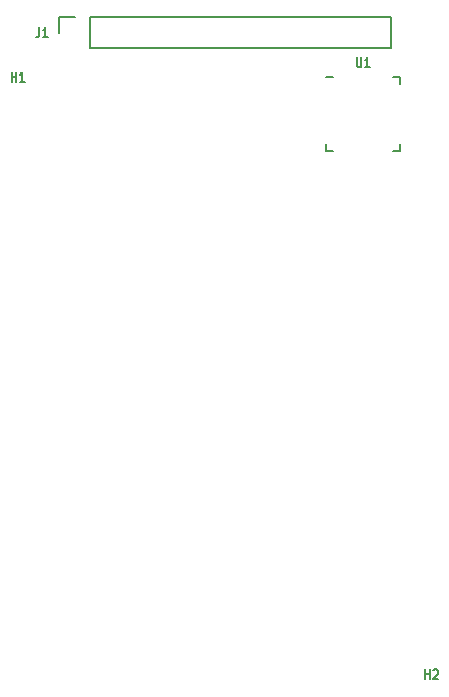
<source format=gto>
G04 #@! TF.GenerationSoftware,KiCad,Pcbnew,(5.1.5)-3*
G04 #@! TF.CreationDate,2020-02-15T19:02:53-08:00*
G04 #@! TF.ProjectId,IS31FL3733-dev,49533331-464c-4333-9733-332d6465762e,0.1*
G04 #@! TF.SameCoordinates,Original*
G04 #@! TF.FileFunction,Legend,Top*
G04 #@! TF.FilePolarity,Positive*
%FSLAX46Y46*%
G04 Gerber Fmt 4.6, Leading zero omitted, Abs format (unit mm)*
G04 Created by KiCad (PCBNEW (5.1.5)-3) date 2020-02-15 19:02:53*
%MOMM*%
%LPD*%
G04 APERTURE LIST*
%ADD10C,0.160000*%
%ADD11C,0.155000*%
%ADD12C,2.202000*%
%ADD13R,4.302000X4.302000*%
%ADD14C,0.100000*%
%ADD15O,1.802000X1.802000*%
%ADD16R,1.802000X1.802000*%
G04 APERTURE END LIST*
D10*
X158140000Y-72990000D02*
X157590000Y-72990000D01*
X163810000Y-79210000D02*
X163810000Y-78660000D01*
X163260000Y-79210000D02*
X163810000Y-79210000D01*
X157590000Y-79210000D02*
X157590000Y-78660000D01*
X158140000Y-79210000D02*
X157590000Y-79210000D01*
X163810000Y-72990000D02*
X163810000Y-73540000D01*
X163260000Y-72990000D02*
X163810000Y-72990000D01*
X134975000Y-69225000D02*
X134975000Y-67895000D01*
X134975000Y-67895000D02*
X136305000Y-67895000D01*
X137575000Y-67895000D02*
X163035000Y-67895000D01*
X163035000Y-70555000D02*
X163035000Y-67895000D01*
X137575000Y-70555000D02*
X163035000Y-70555000D01*
X137575000Y-70555000D02*
X137575000Y-67895000D01*
D11*
X165946666Y-123984523D02*
X165946666Y-123134523D01*
X165946666Y-123539285D02*
X166346666Y-123539285D01*
X166346666Y-123984523D02*
X166346666Y-123134523D01*
X166646666Y-123215476D02*
X166680000Y-123175000D01*
X166746666Y-123134523D01*
X166913333Y-123134523D01*
X166980000Y-123175000D01*
X167013333Y-123215476D01*
X167046666Y-123296428D01*
X167046666Y-123377380D01*
X167013333Y-123498809D01*
X166613333Y-123984523D01*
X167046666Y-123984523D01*
X130946666Y-73384523D02*
X130946666Y-72534523D01*
X130946666Y-72939285D02*
X131346666Y-72939285D01*
X131346666Y-73384523D02*
X131346666Y-72534523D01*
X132046666Y-73384523D02*
X131646666Y-73384523D01*
X131846666Y-73384523D02*
X131846666Y-72534523D01*
X131780000Y-72655952D01*
X131713333Y-72736904D01*
X131646666Y-72777380D01*
X160166666Y-71314523D02*
X160166666Y-72002619D01*
X160200000Y-72083571D01*
X160233333Y-72124047D01*
X160300000Y-72164523D01*
X160433333Y-72164523D01*
X160500000Y-72124047D01*
X160533333Y-72083571D01*
X160566666Y-72002619D01*
X160566666Y-71314523D01*
X161266666Y-72164523D02*
X160866666Y-72164523D01*
X161066666Y-72164523D02*
X161066666Y-71314523D01*
X161000000Y-71435952D01*
X160933333Y-71516904D01*
X160866666Y-71557380D01*
X133301666Y-68759523D02*
X133301666Y-69366666D01*
X133268333Y-69488095D01*
X133201666Y-69569047D01*
X133101666Y-69609523D01*
X133035000Y-69609523D01*
X134001666Y-69609523D02*
X133601666Y-69609523D01*
X133801666Y-69609523D02*
X133801666Y-68759523D01*
X133735000Y-68880952D01*
X133668333Y-68961904D01*
X133601666Y-69002380D01*
%LPC*%
D12*
X166480000Y-126800000D03*
X131480000Y-69800000D03*
D13*
X160700000Y-76100000D03*
D14*
G36*
X158582900Y-72674364D02*
G01*
X158590229Y-72675451D01*
X158597416Y-72677251D01*
X158604393Y-72679747D01*
X158611090Y-72682915D01*
X158617446Y-72686724D01*
X158623397Y-72691138D01*
X158628887Y-72696113D01*
X158633862Y-72701603D01*
X158638276Y-72707554D01*
X158642085Y-72713910D01*
X158645253Y-72720607D01*
X158647749Y-72727584D01*
X158649549Y-72734771D01*
X158650636Y-72742100D01*
X158651000Y-72749500D01*
X158651000Y-73550500D01*
X158650636Y-73557900D01*
X158649549Y-73565229D01*
X158647749Y-73572416D01*
X158645253Y-73579393D01*
X158642085Y-73586090D01*
X158638276Y-73592446D01*
X158633862Y-73598397D01*
X158628887Y-73603887D01*
X158623397Y-73608862D01*
X158617446Y-73613276D01*
X158611090Y-73617085D01*
X158604393Y-73620253D01*
X158597416Y-73622749D01*
X158590229Y-73624549D01*
X158582900Y-73625636D01*
X158575500Y-73626000D01*
X158424500Y-73626000D01*
X158417100Y-73625636D01*
X158409771Y-73624549D01*
X158402584Y-73622749D01*
X158395607Y-73620253D01*
X158388910Y-73617085D01*
X158382554Y-73613276D01*
X158376603Y-73608862D01*
X158371113Y-73603887D01*
X158366138Y-73598397D01*
X158361724Y-73592446D01*
X158357915Y-73586090D01*
X158354747Y-73579393D01*
X158352251Y-73572416D01*
X158350451Y-73565229D01*
X158349364Y-73557900D01*
X158349000Y-73550500D01*
X158349000Y-72749500D01*
X158349364Y-72742100D01*
X158350451Y-72734771D01*
X158352251Y-72727584D01*
X158354747Y-72720607D01*
X158357915Y-72713910D01*
X158361724Y-72707554D01*
X158366138Y-72701603D01*
X158371113Y-72696113D01*
X158376603Y-72691138D01*
X158382554Y-72686724D01*
X158388910Y-72682915D01*
X158395607Y-72679747D01*
X158402584Y-72677251D01*
X158409771Y-72675451D01*
X158417100Y-72674364D01*
X158424500Y-72674000D01*
X158575500Y-72674000D01*
X158582900Y-72674364D01*
G37*
G36*
X158982900Y-72674364D02*
G01*
X158990229Y-72675451D01*
X158997416Y-72677251D01*
X159004393Y-72679747D01*
X159011090Y-72682915D01*
X159017446Y-72686724D01*
X159023397Y-72691138D01*
X159028887Y-72696113D01*
X159033862Y-72701603D01*
X159038276Y-72707554D01*
X159042085Y-72713910D01*
X159045253Y-72720607D01*
X159047749Y-72727584D01*
X159049549Y-72734771D01*
X159050636Y-72742100D01*
X159051000Y-72749500D01*
X159051000Y-73550500D01*
X159050636Y-73557900D01*
X159049549Y-73565229D01*
X159047749Y-73572416D01*
X159045253Y-73579393D01*
X159042085Y-73586090D01*
X159038276Y-73592446D01*
X159033862Y-73598397D01*
X159028887Y-73603887D01*
X159023397Y-73608862D01*
X159017446Y-73613276D01*
X159011090Y-73617085D01*
X159004393Y-73620253D01*
X158997416Y-73622749D01*
X158990229Y-73624549D01*
X158982900Y-73625636D01*
X158975500Y-73626000D01*
X158824500Y-73626000D01*
X158817100Y-73625636D01*
X158809771Y-73624549D01*
X158802584Y-73622749D01*
X158795607Y-73620253D01*
X158788910Y-73617085D01*
X158782554Y-73613276D01*
X158776603Y-73608862D01*
X158771113Y-73603887D01*
X158766138Y-73598397D01*
X158761724Y-73592446D01*
X158757915Y-73586090D01*
X158754747Y-73579393D01*
X158752251Y-73572416D01*
X158750451Y-73565229D01*
X158749364Y-73557900D01*
X158749000Y-73550500D01*
X158749000Y-72749500D01*
X158749364Y-72742100D01*
X158750451Y-72734771D01*
X158752251Y-72727584D01*
X158754747Y-72720607D01*
X158757915Y-72713910D01*
X158761724Y-72707554D01*
X158766138Y-72701603D01*
X158771113Y-72696113D01*
X158776603Y-72691138D01*
X158782554Y-72686724D01*
X158788910Y-72682915D01*
X158795607Y-72679747D01*
X158802584Y-72677251D01*
X158809771Y-72675451D01*
X158817100Y-72674364D01*
X158824500Y-72674000D01*
X158975500Y-72674000D01*
X158982900Y-72674364D01*
G37*
G36*
X159382900Y-72674364D02*
G01*
X159390229Y-72675451D01*
X159397416Y-72677251D01*
X159404393Y-72679747D01*
X159411090Y-72682915D01*
X159417446Y-72686724D01*
X159423397Y-72691138D01*
X159428887Y-72696113D01*
X159433862Y-72701603D01*
X159438276Y-72707554D01*
X159442085Y-72713910D01*
X159445253Y-72720607D01*
X159447749Y-72727584D01*
X159449549Y-72734771D01*
X159450636Y-72742100D01*
X159451000Y-72749500D01*
X159451000Y-73550500D01*
X159450636Y-73557900D01*
X159449549Y-73565229D01*
X159447749Y-73572416D01*
X159445253Y-73579393D01*
X159442085Y-73586090D01*
X159438276Y-73592446D01*
X159433862Y-73598397D01*
X159428887Y-73603887D01*
X159423397Y-73608862D01*
X159417446Y-73613276D01*
X159411090Y-73617085D01*
X159404393Y-73620253D01*
X159397416Y-73622749D01*
X159390229Y-73624549D01*
X159382900Y-73625636D01*
X159375500Y-73626000D01*
X159224500Y-73626000D01*
X159217100Y-73625636D01*
X159209771Y-73624549D01*
X159202584Y-73622749D01*
X159195607Y-73620253D01*
X159188910Y-73617085D01*
X159182554Y-73613276D01*
X159176603Y-73608862D01*
X159171113Y-73603887D01*
X159166138Y-73598397D01*
X159161724Y-73592446D01*
X159157915Y-73586090D01*
X159154747Y-73579393D01*
X159152251Y-73572416D01*
X159150451Y-73565229D01*
X159149364Y-73557900D01*
X159149000Y-73550500D01*
X159149000Y-72749500D01*
X159149364Y-72742100D01*
X159150451Y-72734771D01*
X159152251Y-72727584D01*
X159154747Y-72720607D01*
X159157915Y-72713910D01*
X159161724Y-72707554D01*
X159166138Y-72701603D01*
X159171113Y-72696113D01*
X159176603Y-72691138D01*
X159182554Y-72686724D01*
X159188910Y-72682915D01*
X159195607Y-72679747D01*
X159202584Y-72677251D01*
X159209771Y-72675451D01*
X159217100Y-72674364D01*
X159224500Y-72674000D01*
X159375500Y-72674000D01*
X159382900Y-72674364D01*
G37*
G36*
X159782900Y-72674364D02*
G01*
X159790229Y-72675451D01*
X159797416Y-72677251D01*
X159804393Y-72679747D01*
X159811090Y-72682915D01*
X159817446Y-72686724D01*
X159823397Y-72691138D01*
X159828887Y-72696113D01*
X159833862Y-72701603D01*
X159838276Y-72707554D01*
X159842085Y-72713910D01*
X159845253Y-72720607D01*
X159847749Y-72727584D01*
X159849549Y-72734771D01*
X159850636Y-72742100D01*
X159851000Y-72749500D01*
X159851000Y-73550500D01*
X159850636Y-73557900D01*
X159849549Y-73565229D01*
X159847749Y-73572416D01*
X159845253Y-73579393D01*
X159842085Y-73586090D01*
X159838276Y-73592446D01*
X159833862Y-73598397D01*
X159828887Y-73603887D01*
X159823397Y-73608862D01*
X159817446Y-73613276D01*
X159811090Y-73617085D01*
X159804393Y-73620253D01*
X159797416Y-73622749D01*
X159790229Y-73624549D01*
X159782900Y-73625636D01*
X159775500Y-73626000D01*
X159624500Y-73626000D01*
X159617100Y-73625636D01*
X159609771Y-73624549D01*
X159602584Y-73622749D01*
X159595607Y-73620253D01*
X159588910Y-73617085D01*
X159582554Y-73613276D01*
X159576603Y-73608862D01*
X159571113Y-73603887D01*
X159566138Y-73598397D01*
X159561724Y-73592446D01*
X159557915Y-73586090D01*
X159554747Y-73579393D01*
X159552251Y-73572416D01*
X159550451Y-73565229D01*
X159549364Y-73557900D01*
X159549000Y-73550500D01*
X159549000Y-72749500D01*
X159549364Y-72742100D01*
X159550451Y-72734771D01*
X159552251Y-72727584D01*
X159554747Y-72720607D01*
X159557915Y-72713910D01*
X159561724Y-72707554D01*
X159566138Y-72701603D01*
X159571113Y-72696113D01*
X159576603Y-72691138D01*
X159582554Y-72686724D01*
X159588910Y-72682915D01*
X159595607Y-72679747D01*
X159602584Y-72677251D01*
X159609771Y-72675451D01*
X159617100Y-72674364D01*
X159624500Y-72674000D01*
X159775500Y-72674000D01*
X159782900Y-72674364D01*
G37*
G36*
X160182900Y-72674364D02*
G01*
X160190229Y-72675451D01*
X160197416Y-72677251D01*
X160204393Y-72679747D01*
X160211090Y-72682915D01*
X160217446Y-72686724D01*
X160223397Y-72691138D01*
X160228887Y-72696113D01*
X160233862Y-72701603D01*
X160238276Y-72707554D01*
X160242085Y-72713910D01*
X160245253Y-72720607D01*
X160247749Y-72727584D01*
X160249549Y-72734771D01*
X160250636Y-72742100D01*
X160251000Y-72749500D01*
X160251000Y-73550500D01*
X160250636Y-73557900D01*
X160249549Y-73565229D01*
X160247749Y-73572416D01*
X160245253Y-73579393D01*
X160242085Y-73586090D01*
X160238276Y-73592446D01*
X160233862Y-73598397D01*
X160228887Y-73603887D01*
X160223397Y-73608862D01*
X160217446Y-73613276D01*
X160211090Y-73617085D01*
X160204393Y-73620253D01*
X160197416Y-73622749D01*
X160190229Y-73624549D01*
X160182900Y-73625636D01*
X160175500Y-73626000D01*
X160024500Y-73626000D01*
X160017100Y-73625636D01*
X160009771Y-73624549D01*
X160002584Y-73622749D01*
X159995607Y-73620253D01*
X159988910Y-73617085D01*
X159982554Y-73613276D01*
X159976603Y-73608862D01*
X159971113Y-73603887D01*
X159966138Y-73598397D01*
X159961724Y-73592446D01*
X159957915Y-73586090D01*
X159954747Y-73579393D01*
X159952251Y-73572416D01*
X159950451Y-73565229D01*
X159949364Y-73557900D01*
X159949000Y-73550500D01*
X159949000Y-72749500D01*
X159949364Y-72742100D01*
X159950451Y-72734771D01*
X159952251Y-72727584D01*
X159954747Y-72720607D01*
X159957915Y-72713910D01*
X159961724Y-72707554D01*
X159966138Y-72701603D01*
X159971113Y-72696113D01*
X159976603Y-72691138D01*
X159982554Y-72686724D01*
X159988910Y-72682915D01*
X159995607Y-72679747D01*
X160002584Y-72677251D01*
X160009771Y-72675451D01*
X160017100Y-72674364D01*
X160024500Y-72674000D01*
X160175500Y-72674000D01*
X160182900Y-72674364D01*
G37*
G36*
X160582900Y-72674364D02*
G01*
X160590229Y-72675451D01*
X160597416Y-72677251D01*
X160604393Y-72679747D01*
X160611090Y-72682915D01*
X160617446Y-72686724D01*
X160623397Y-72691138D01*
X160628887Y-72696113D01*
X160633862Y-72701603D01*
X160638276Y-72707554D01*
X160642085Y-72713910D01*
X160645253Y-72720607D01*
X160647749Y-72727584D01*
X160649549Y-72734771D01*
X160650636Y-72742100D01*
X160651000Y-72749500D01*
X160651000Y-73550500D01*
X160650636Y-73557900D01*
X160649549Y-73565229D01*
X160647749Y-73572416D01*
X160645253Y-73579393D01*
X160642085Y-73586090D01*
X160638276Y-73592446D01*
X160633862Y-73598397D01*
X160628887Y-73603887D01*
X160623397Y-73608862D01*
X160617446Y-73613276D01*
X160611090Y-73617085D01*
X160604393Y-73620253D01*
X160597416Y-73622749D01*
X160590229Y-73624549D01*
X160582900Y-73625636D01*
X160575500Y-73626000D01*
X160424500Y-73626000D01*
X160417100Y-73625636D01*
X160409771Y-73624549D01*
X160402584Y-73622749D01*
X160395607Y-73620253D01*
X160388910Y-73617085D01*
X160382554Y-73613276D01*
X160376603Y-73608862D01*
X160371113Y-73603887D01*
X160366138Y-73598397D01*
X160361724Y-73592446D01*
X160357915Y-73586090D01*
X160354747Y-73579393D01*
X160352251Y-73572416D01*
X160350451Y-73565229D01*
X160349364Y-73557900D01*
X160349000Y-73550500D01*
X160349000Y-72749500D01*
X160349364Y-72742100D01*
X160350451Y-72734771D01*
X160352251Y-72727584D01*
X160354747Y-72720607D01*
X160357915Y-72713910D01*
X160361724Y-72707554D01*
X160366138Y-72701603D01*
X160371113Y-72696113D01*
X160376603Y-72691138D01*
X160382554Y-72686724D01*
X160388910Y-72682915D01*
X160395607Y-72679747D01*
X160402584Y-72677251D01*
X160409771Y-72675451D01*
X160417100Y-72674364D01*
X160424500Y-72674000D01*
X160575500Y-72674000D01*
X160582900Y-72674364D01*
G37*
G36*
X160982900Y-72674364D02*
G01*
X160990229Y-72675451D01*
X160997416Y-72677251D01*
X161004393Y-72679747D01*
X161011090Y-72682915D01*
X161017446Y-72686724D01*
X161023397Y-72691138D01*
X161028887Y-72696113D01*
X161033862Y-72701603D01*
X161038276Y-72707554D01*
X161042085Y-72713910D01*
X161045253Y-72720607D01*
X161047749Y-72727584D01*
X161049549Y-72734771D01*
X161050636Y-72742100D01*
X161051000Y-72749500D01*
X161051000Y-73550500D01*
X161050636Y-73557900D01*
X161049549Y-73565229D01*
X161047749Y-73572416D01*
X161045253Y-73579393D01*
X161042085Y-73586090D01*
X161038276Y-73592446D01*
X161033862Y-73598397D01*
X161028887Y-73603887D01*
X161023397Y-73608862D01*
X161017446Y-73613276D01*
X161011090Y-73617085D01*
X161004393Y-73620253D01*
X160997416Y-73622749D01*
X160990229Y-73624549D01*
X160982900Y-73625636D01*
X160975500Y-73626000D01*
X160824500Y-73626000D01*
X160817100Y-73625636D01*
X160809771Y-73624549D01*
X160802584Y-73622749D01*
X160795607Y-73620253D01*
X160788910Y-73617085D01*
X160782554Y-73613276D01*
X160776603Y-73608862D01*
X160771113Y-73603887D01*
X160766138Y-73598397D01*
X160761724Y-73592446D01*
X160757915Y-73586090D01*
X160754747Y-73579393D01*
X160752251Y-73572416D01*
X160750451Y-73565229D01*
X160749364Y-73557900D01*
X160749000Y-73550500D01*
X160749000Y-72749500D01*
X160749364Y-72742100D01*
X160750451Y-72734771D01*
X160752251Y-72727584D01*
X160754747Y-72720607D01*
X160757915Y-72713910D01*
X160761724Y-72707554D01*
X160766138Y-72701603D01*
X160771113Y-72696113D01*
X160776603Y-72691138D01*
X160782554Y-72686724D01*
X160788910Y-72682915D01*
X160795607Y-72679747D01*
X160802584Y-72677251D01*
X160809771Y-72675451D01*
X160817100Y-72674364D01*
X160824500Y-72674000D01*
X160975500Y-72674000D01*
X160982900Y-72674364D01*
G37*
G36*
X161382900Y-72674364D02*
G01*
X161390229Y-72675451D01*
X161397416Y-72677251D01*
X161404393Y-72679747D01*
X161411090Y-72682915D01*
X161417446Y-72686724D01*
X161423397Y-72691138D01*
X161428887Y-72696113D01*
X161433862Y-72701603D01*
X161438276Y-72707554D01*
X161442085Y-72713910D01*
X161445253Y-72720607D01*
X161447749Y-72727584D01*
X161449549Y-72734771D01*
X161450636Y-72742100D01*
X161451000Y-72749500D01*
X161451000Y-73550500D01*
X161450636Y-73557900D01*
X161449549Y-73565229D01*
X161447749Y-73572416D01*
X161445253Y-73579393D01*
X161442085Y-73586090D01*
X161438276Y-73592446D01*
X161433862Y-73598397D01*
X161428887Y-73603887D01*
X161423397Y-73608862D01*
X161417446Y-73613276D01*
X161411090Y-73617085D01*
X161404393Y-73620253D01*
X161397416Y-73622749D01*
X161390229Y-73624549D01*
X161382900Y-73625636D01*
X161375500Y-73626000D01*
X161224500Y-73626000D01*
X161217100Y-73625636D01*
X161209771Y-73624549D01*
X161202584Y-73622749D01*
X161195607Y-73620253D01*
X161188910Y-73617085D01*
X161182554Y-73613276D01*
X161176603Y-73608862D01*
X161171113Y-73603887D01*
X161166138Y-73598397D01*
X161161724Y-73592446D01*
X161157915Y-73586090D01*
X161154747Y-73579393D01*
X161152251Y-73572416D01*
X161150451Y-73565229D01*
X161149364Y-73557900D01*
X161149000Y-73550500D01*
X161149000Y-72749500D01*
X161149364Y-72742100D01*
X161150451Y-72734771D01*
X161152251Y-72727584D01*
X161154747Y-72720607D01*
X161157915Y-72713910D01*
X161161724Y-72707554D01*
X161166138Y-72701603D01*
X161171113Y-72696113D01*
X161176603Y-72691138D01*
X161182554Y-72686724D01*
X161188910Y-72682915D01*
X161195607Y-72679747D01*
X161202584Y-72677251D01*
X161209771Y-72675451D01*
X161217100Y-72674364D01*
X161224500Y-72674000D01*
X161375500Y-72674000D01*
X161382900Y-72674364D01*
G37*
G36*
X161782900Y-72674364D02*
G01*
X161790229Y-72675451D01*
X161797416Y-72677251D01*
X161804393Y-72679747D01*
X161811090Y-72682915D01*
X161817446Y-72686724D01*
X161823397Y-72691138D01*
X161828887Y-72696113D01*
X161833862Y-72701603D01*
X161838276Y-72707554D01*
X161842085Y-72713910D01*
X161845253Y-72720607D01*
X161847749Y-72727584D01*
X161849549Y-72734771D01*
X161850636Y-72742100D01*
X161851000Y-72749500D01*
X161851000Y-73550500D01*
X161850636Y-73557900D01*
X161849549Y-73565229D01*
X161847749Y-73572416D01*
X161845253Y-73579393D01*
X161842085Y-73586090D01*
X161838276Y-73592446D01*
X161833862Y-73598397D01*
X161828887Y-73603887D01*
X161823397Y-73608862D01*
X161817446Y-73613276D01*
X161811090Y-73617085D01*
X161804393Y-73620253D01*
X161797416Y-73622749D01*
X161790229Y-73624549D01*
X161782900Y-73625636D01*
X161775500Y-73626000D01*
X161624500Y-73626000D01*
X161617100Y-73625636D01*
X161609771Y-73624549D01*
X161602584Y-73622749D01*
X161595607Y-73620253D01*
X161588910Y-73617085D01*
X161582554Y-73613276D01*
X161576603Y-73608862D01*
X161571113Y-73603887D01*
X161566138Y-73598397D01*
X161561724Y-73592446D01*
X161557915Y-73586090D01*
X161554747Y-73579393D01*
X161552251Y-73572416D01*
X161550451Y-73565229D01*
X161549364Y-73557900D01*
X161549000Y-73550500D01*
X161549000Y-72749500D01*
X161549364Y-72742100D01*
X161550451Y-72734771D01*
X161552251Y-72727584D01*
X161554747Y-72720607D01*
X161557915Y-72713910D01*
X161561724Y-72707554D01*
X161566138Y-72701603D01*
X161571113Y-72696113D01*
X161576603Y-72691138D01*
X161582554Y-72686724D01*
X161588910Y-72682915D01*
X161595607Y-72679747D01*
X161602584Y-72677251D01*
X161609771Y-72675451D01*
X161617100Y-72674364D01*
X161624500Y-72674000D01*
X161775500Y-72674000D01*
X161782900Y-72674364D01*
G37*
G36*
X162182900Y-72674364D02*
G01*
X162190229Y-72675451D01*
X162197416Y-72677251D01*
X162204393Y-72679747D01*
X162211090Y-72682915D01*
X162217446Y-72686724D01*
X162223397Y-72691138D01*
X162228887Y-72696113D01*
X162233862Y-72701603D01*
X162238276Y-72707554D01*
X162242085Y-72713910D01*
X162245253Y-72720607D01*
X162247749Y-72727584D01*
X162249549Y-72734771D01*
X162250636Y-72742100D01*
X162251000Y-72749500D01*
X162251000Y-73550500D01*
X162250636Y-73557900D01*
X162249549Y-73565229D01*
X162247749Y-73572416D01*
X162245253Y-73579393D01*
X162242085Y-73586090D01*
X162238276Y-73592446D01*
X162233862Y-73598397D01*
X162228887Y-73603887D01*
X162223397Y-73608862D01*
X162217446Y-73613276D01*
X162211090Y-73617085D01*
X162204393Y-73620253D01*
X162197416Y-73622749D01*
X162190229Y-73624549D01*
X162182900Y-73625636D01*
X162175500Y-73626000D01*
X162024500Y-73626000D01*
X162017100Y-73625636D01*
X162009771Y-73624549D01*
X162002584Y-73622749D01*
X161995607Y-73620253D01*
X161988910Y-73617085D01*
X161982554Y-73613276D01*
X161976603Y-73608862D01*
X161971113Y-73603887D01*
X161966138Y-73598397D01*
X161961724Y-73592446D01*
X161957915Y-73586090D01*
X161954747Y-73579393D01*
X161952251Y-73572416D01*
X161950451Y-73565229D01*
X161949364Y-73557900D01*
X161949000Y-73550500D01*
X161949000Y-72749500D01*
X161949364Y-72742100D01*
X161950451Y-72734771D01*
X161952251Y-72727584D01*
X161954747Y-72720607D01*
X161957915Y-72713910D01*
X161961724Y-72707554D01*
X161966138Y-72701603D01*
X161971113Y-72696113D01*
X161976603Y-72691138D01*
X161982554Y-72686724D01*
X161988910Y-72682915D01*
X161995607Y-72679747D01*
X162002584Y-72677251D01*
X162009771Y-72675451D01*
X162017100Y-72674364D01*
X162024500Y-72674000D01*
X162175500Y-72674000D01*
X162182900Y-72674364D01*
G37*
G36*
X162582900Y-72674364D02*
G01*
X162590229Y-72675451D01*
X162597416Y-72677251D01*
X162604393Y-72679747D01*
X162611090Y-72682915D01*
X162617446Y-72686724D01*
X162623397Y-72691138D01*
X162628887Y-72696113D01*
X162633862Y-72701603D01*
X162638276Y-72707554D01*
X162642085Y-72713910D01*
X162645253Y-72720607D01*
X162647749Y-72727584D01*
X162649549Y-72734771D01*
X162650636Y-72742100D01*
X162651000Y-72749500D01*
X162651000Y-73550500D01*
X162650636Y-73557900D01*
X162649549Y-73565229D01*
X162647749Y-73572416D01*
X162645253Y-73579393D01*
X162642085Y-73586090D01*
X162638276Y-73592446D01*
X162633862Y-73598397D01*
X162628887Y-73603887D01*
X162623397Y-73608862D01*
X162617446Y-73613276D01*
X162611090Y-73617085D01*
X162604393Y-73620253D01*
X162597416Y-73622749D01*
X162590229Y-73624549D01*
X162582900Y-73625636D01*
X162575500Y-73626000D01*
X162424500Y-73626000D01*
X162417100Y-73625636D01*
X162409771Y-73624549D01*
X162402584Y-73622749D01*
X162395607Y-73620253D01*
X162388910Y-73617085D01*
X162382554Y-73613276D01*
X162376603Y-73608862D01*
X162371113Y-73603887D01*
X162366138Y-73598397D01*
X162361724Y-73592446D01*
X162357915Y-73586090D01*
X162354747Y-73579393D01*
X162352251Y-73572416D01*
X162350451Y-73565229D01*
X162349364Y-73557900D01*
X162349000Y-73550500D01*
X162349000Y-72749500D01*
X162349364Y-72742100D01*
X162350451Y-72734771D01*
X162352251Y-72727584D01*
X162354747Y-72720607D01*
X162357915Y-72713910D01*
X162361724Y-72707554D01*
X162366138Y-72701603D01*
X162371113Y-72696113D01*
X162376603Y-72691138D01*
X162382554Y-72686724D01*
X162388910Y-72682915D01*
X162395607Y-72679747D01*
X162402584Y-72677251D01*
X162409771Y-72675451D01*
X162417100Y-72674364D01*
X162424500Y-72674000D01*
X162575500Y-72674000D01*
X162582900Y-72674364D01*
G37*
G36*
X162982900Y-72674364D02*
G01*
X162990229Y-72675451D01*
X162997416Y-72677251D01*
X163004393Y-72679747D01*
X163011090Y-72682915D01*
X163017446Y-72686724D01*
X163023397Y-72691138D01*
X163028887Y-72696113D01*
X163033862Y-72701603D01*
X163038276Y-72707554D01*
X163042085Y-72713910D01*
X163045253Y-72720607D01*
X163047749Y-72727584D01*
X163049549Y-72734771D01*
X163050636Y-72742100D01*
X163051000Y-72749500D01*
X163051000Y-73550500D01*
X163050636Y-73557900D01*
X163049549Y-73565229D01*
X163047749Y-73572416D01*
X163045253Y-73579393D01*
X163042085Y-73586090D01*
X163038276Y-73592446D01*
X163033862Y-73598397D01*
X163028887Y-73603887D01*
X163023397Y-73608862D01*
X163017446Y-73613276D01*
X163011090Y-73617085D01*
X163004393Y-73620253D01*
X162997416Y-73622749D01*
X162990229Y-73624549D01*
X162982900Y-73625636D01*
X162975500Y-73626000D01*
X162824500Y-73626000D01*
X162817100Y-73625636D01*
X162809771Y-73624549D01*
X162802584Y-73622749D01*
X162795607Y-73620253D01*
X162788910Y-73617085D01*
X162782554Y-73613276D01*
X162776603Y-73608862D01*
X162771113Y-73603887D01*
X162766138Y-73598397D01*
X162761724Y-73592446D01*
X162757915Y-73586090D01*
X162754747Y-73579393D01*
X162752251Y-73572416D01*
X162750451Y-73565229D01*
X162749364Y-73557900D01*
X162749000Y-73550500D01*
X162749000Y-72749500D01*
X162749364Y-72742100D01*
X162750451Y-72734771D01*
X162752251Y-72727584D01*
X162754747Y-72720607D01*
X162757915Y-72713910D01*
X162761724Y-72707554D01*
X162766138Y-72701603D01*
X162771113Y-72696113D01*
X162776603Y-72691138D01*
X162782554Y-72686724D01*
X162788910Y-72682915D01*
X162795607Y-72679747D01*
X162802584Y-72677251D01*
X162809771Y-72675451D01*
X162817100Y-72674364D01*
X162824500Y-72674000D01*
X162975500Y-72674000D01*
X162982900Y-72674364D01*
G37*
G36*
X164057900Y-73749364D02*
G01*
X164065229Y-73750451D01*
X164072416Y-73752251D01*
X164079393Y-73754747D01*
X164086090Y-73757915D01*
X164092446Y-73761724D01*
X164098397Y-73766138D01*
X164103887Y-73771113D01*
X164108862Y-73776603D01*
X164113276Y-73782554D01*
X164117085Y-73788910D01*
X164120253Y-73795607D01*
X164122749Y-73802584D01*
X164124549Y-73809771D01*
X164125636Y-73817100D01*
X164126000Y-73824500D01*
X164126000Y-73975500D01*
X164125636Y-73982900D01*
X164124549Y-73990229D01*
X164122749Y-73997416D01*
X164120253Y-74004393D01*
X164117085Y-74011090D01*
X164113276Y-74017446D01*
X164108862Y-74023397D01*
X164103887Y-74028887D01*
X164098397Y-74033862D01*
X164092446Y-74038276D01*
X164086090Y-74042085D01*
X164079393Y-74045253D01*
X164072416Y-74047749D01*
X164065229Y-74049549D01*
X164057900Y-74050636D01*
X164050500Y-74051000D01*
X163249500Y-74051000D01*
X163242100Y-74050636D01*
X163234771Y-74049549D01*
X163227584Y-74047749D01*
X163220607Y-74045253D01*
X163213910Y-74042085D01*
X163207554Y-74038276D01*
X163201603Y-74033862D01*
X163196113Y-74028887D01*
X163191138Y-74023397D01*
X163186724Y-74017446D01*
X163182915Y-74011090D01*
X163179747Y-74004393D01*
X163177251Y-73997416D01*
X163175451Y-73990229D01*
X163174364Y-73982900D01*
X163174000Y-73975500D01*
X163174000Y-73824500D01*
X163174364Y-73817100D01*
X163175451Y-73809771D01*
X163177251Y-73802584D01*
X163179747Y-73795607D01*
X163182915Y-73788910D01*
X163186724Y-73782554D01*
X163191138Y-73776603D01*
X163196113Y-73771113D01*
X163201603Y-73766138D01*
X163207554Y-73761724D01*
X163213910Y-73757915D01*
X163220607Y-73754747D01*
X163227584Y-73752251D01*
X163234771Y-73750451D01*
X163242100Y-73749364D01*
X163249500Y-73749000D01*
X164050500Y-73749000D01*
X164057900Y-73749364D01*
G37*
G36*
X164057900Y-74149364D02*
G01*
X164065229Y-74150451D01*
X164072416Y-74152251D01*
X164079393Y-74154747D01*
X164086090Y-74157915D01*
X164092446Y-74161724D01*
X164098397Y-74166138D01*
X164103887Y-74171113D01*
X164108862Y-74176603D01*
X164113276Y-74182554D01*
X164117085Y-74188910D01*
X164120253Y-74195607D01*
X164122749Y-74202584D01*
X164124549Y-74209771D01*
X164125636Y-74217100D01*
X164126000Y-74224500D01*
X164126000Y-74375500D01*
X164125636Y-74382900D01*
X164124549Y-74390229D01*
X164122749Y-74397416D01*
X164120253Y-74404393D01*
X164117085Y-74411090D01*
X164113276Y-74417446D01*
X164108862Y-74423397D01*
X164103887Y-74428887D01*
X164098397Y-74433862D01*
X164092446Y-74438276D01*
X164086090Y-74442085D01*
X164079393Y-74445253D01*
X164072416Y-74447749D01*
X164065229Y-74449549D01*
X164057900Y-74450636D01*
X164050500Y-74451000D01*
X163249500Y-74451000D01*
X163242100Y-74450636D01*
X163234771Y-74449549D01*
X163227584Y-74447749D01*
X163220607Y-74445253D01*
X163213910Y-74442085D01*
X163207554Y-74438276D01*
X163201603Y-74433862D01*
X163196113Y-74428887D01*
X163191138Y-74423397D01*
X163186724Y-74417446D01*
X163182915Y-74411090D01*
X163179747Y-74404393D01*
X163177251Y-74397416D01*
X163175451Y-74390229D01*
X163174364Y-74382900D01*
X163174000Y-74375500D01*
X163174000Y-74224500D01*
X163174364Y-74217100D01*
X163175451Y-74209771D01*
X163177251Y-74202584D01*
X163179747Y-74195607D01*
X163182915Y-74188910D01*
X163186724Y-74182554D01*
X163191138Y-74176603D01*
X163196113Y-74171113D01*
X163201603Y-74166138D01*
X163207554Y-74161724D01*
X163213910Y-74157915D01*
X163220607Y-74154747D01*
X163227584Y-74152251D01*
X163234771Y-74150451D01*
X163242100Y-74149364D01*
X163249500Y-74149000D01*
X164050500Y-74149000D01*
X164057900Y-74149364D01*
G37*
G36*
X164057900Y-74549364D02*
G01*
X164065229Y-74550451D01*
X164072416Y-74552251D01*
X164079393Y-74554747D01*
X164086090Y-74557915D01*
X164092446Y-74561724D01*
X164098397Y-74566138D01*
X164103887Y-74571113D01*
X164108862Y-74576603D01*
X164113276Y-74582554D01*
X164117085Y-74588910D01*
X164120253Y-74595607D01*
X164122749Y-74602584D01*
X164124549Y-74609771D01*
X164125636Y-74617100D01*
X164126000Y-74624500D01*
X164126000Y-74775500D01*
X164125636Y-74782900D01*
X164124549Y-74790229D01*
X164122749Y-74797416D01*
X164120253Y-74804393D01*
X164117085Y-74811090D01*
X164113276Y-74817446D01*
X164108862Y-74823397D01*
X164103887Y-74828887D01*
X164098397Y-74833862D01*
X164092446Y-74838276D01*
X164086090Y-74842085D01*
X164079393Y-74845253D01*
X164072416Y-74847749D01*
X164065229Y-74849549D01*
X164057900Y-74850636D01*
X164050500Y-74851000D01*
X163249500Y-74851000D01*
X163242100Y-74850636D01*
X163234771Y-74849549D01*
X163227584Y-74847749D01*
X163220607Y-74845253D01*
X163213910Y-74842085D01*
X163207554Y-74838276D01*
X163201603Y-74833862D01*
X163196113Y-74828887D01*
X163191138Y-74823397D01*
X163186724Y-74817446D01*
X163182915Y-74811090D01*
X163179747Y-74804393D01*
X163177251Y-74797416D01*
X163175451Y-74790229D01*
X163174364Y-74782900D01*
X163174000Y-74775500D01*
X163174000Y-74624500D01*
X163174364Y-74617100D01*
X163175451Y-74609771D01*
X163177251Y-74602584D01*
X163179747Y-74595607D01*
X163182915Y-74588910D01*
X163186724Y-74582554D01*
X163191138Y-74576603D01*
X163196113Y-74571113D01*
X163201603Y-74566138D01*
X163207554Y-74561724D01*
X163213910Y-74557915D01*
X163220607Y-74554747D01*
X163227584Y-74552251D01*
X163234771Y-74550451D01*
X163242100Y-74549364D01*
X163249500Y-74549000D01*
X164050500Y-74549000D01*
X164057900Y-74549364D01*
G37*
G36*
X164057900Y-74949364D02*
G01*
X164065229Y-74950451D01*
X164072416Y-74952251D01*
X164079393Y-74954747D01*
X164086090Y-74957915D01*
X164092446Y-74961724D01*
X164098397Y-74966138D01*
X164103887Y-74971113D01*
X164108862Y-74976603D01*
X164113276Y-74982554D01*
X164117085Y-74988910D01*
X164120253Y-74995607D01*
X164122749Y-75002584D01*
X164124549Y-75009771D01*
X164125636Y-75017100D01*
X164126000Y-75024500D01*
X164126000Y-75175500D01*
X164125636Y-75182900D01*
X164124549Y-75190229D01*
X164122749Y-75197416D01*
X164120253Y-75204393D01*
X164117085Y-75211090D01*
X164113276Y-75217446D01*
X164108862Y-75223397D01*
X164103887Y-75228887D01*
X164098397Y-75233862D01*
X164092446Y-75238276D01*
X164086090Y-75242085D01*
X164079393Y-75245253D01*
X164072416Y-75247749D01*
X164065229Y-75249549D01*
X164057900Y-75250636D01*
X164050500Y-75251000D01*
X163249500Y-75251000D01*
X163242100Y-75250636D01*
X163234771Y-75249549D01*
X163227584Y-75247749D01*
X163220607Y-75245253D01*
X163213910Y-75242085D01*
X163207554Y-75238276D01*
X163201603Y-75233862D01*
X163196113Y-75228887D01*
X163191138Y-75223397D01*
X163186724Y-75217446D01*
X163182915Y-75211090D01*
X163179747Y-75204393D01*
X163177251Y-75197416D01*
X163175451Y-75190229D01*
X163174364Y-75182900D01*
X163174000Y-75175500D01*
X163174000Y-75024500D01*
X163174364Y-75017100D01*
X163175451Y-75009771D01*
X163177251Y-75002584D01*
X163179747Y-74995607D01*
X163182915Y-74988910D01*
X163186724Y-74982554D01*
X163191138Y-74976603D01*
X163196113Y-74971113D01*
X163201603Y-74966138D01*
X163207554Y-74961724D01*
X163213910Y-74957915D01*
X163220607Y-74954747D01*
X163227584Y-74952251D01*
X163234771Y-74950451D01*
X163242100Y-74949364D01*
X163249500Y-74949000D01*
X164050500Y-74949000D01*
X164057900Y-74949364D01*
G37*
G36*
X164057900Y-75349364D02*
G01*
X164065229Y-75350451D01*
X164072416Y-75352251D01*
X164079393Y-75354747D01*
X164086090Y-75357915D01*
X164092446Y-75361724D01*
X164098397Y-75366138D01*
X164103887Y-75371113D01*
X164108862Y-75376603D01*
X164113276Y-75382554D01*
X164117085Y-75388910D01*
X164120253Y-75395607D01*
X164122749Y-75402584D01*
X164124549Y-75409771D01*
X164125636Y-75417100D01*
X164126000Y-75424500D01*
X164126000Y-75575500D01*
X164125636Y-75582900D01*
X164124549Y-75590229D01*
X164122749Y-75597416D01*
X164120253Y-75604393D01*
X164117085Y-75611090D01*
X164113276Y-75617446D01*
X164108862Y-75623397D01*
X164103887Y-75628887D01*
X164098397Y-75633862D01*
X164092446Y-75638276D01*
X164086090Y-75642085D01*
X164079393Y-75645253D01*
X164072416Y-75647749D01*
X164065229Y-75649549D01*
X164057900Y-75650636D01*
X164050500Y-75651000D01*
X163249500Y-75651000D01*
X163242100Y-75650636D01*
X163234771Y-75649549D01*
X163227584Y-75647749D01*
X163220607Y-75645253D01*
X163213910Y-75642085D01*
X163207554Y-75638276D01*
X163201603Y-75633862D01*
X163196113Y-75628887D01*
X163191138Y-75623397D01*
X163186724Y-75617446D01*
X163182915Y-75611090D01*
X163179747Y-75604393D01*
X163177251Y-75597416D01*
X163175451Y-75590229D01*
X163174364Y-75582900D01*
X163174000Y-75575500D01*
X163174000Y-75424500D01*
X163174364Y-75417100D01*
X163175451Y-75409771D01*
X163177251Y-75402584D01*
X163179747Y-75395607D01*
X163182915Y-75388910D01*
X163186724Y-75382554D01*
X163191138Y-75376603D01*
X163196113Y-75371113D01*
X163201603Y-75366138D01*
X163207554Y-75361724D01*
X163213910Y-75357915D01*
X163220607Y-75354747D01*
X163227584Y-75352251D01*
X163234771Y-75350451D01*
X163242100Y-75349364D01*
X163249500Y-75349000D01*
X164050500Y-75349000D01*
X164057900Y-75349364D01*
G37*
G36*
X164057900Y-75749364D02*
G01*
X164065229Y-75750451D01*
X164072416Y-75752251D01*
X164079393Y-75754747D01*
X164086090Y-75757915D01*
X164092446Y-75761724D01*
X164098397Y-75766138D01*
X164103887Y-75771113D01*
X164108862Y-75776603D01*
X164113276Y-75782554D01*
X164117085Y-75788910D01*
X164120253Y-75795607D01*
X164122749Y-75802584D01*
X164124549Y-75809771D01*
X164125636Y-75817100D01*
X164126000Y-75824500D01*
X164126000Y-75975500D01*
X164125636Y-75982900D01*
X164124549Y-75990229D01*
X164122749Y-75997416D01*
X164120253Y-76004393D01*
X164117085Y-76011090D01*
X164113276Y-76017446D01*
X164108862Y-76023397D01*
X164103887Y-76028887D01*
X164098397Y-76033862D01*
X164092446Y-76038276D01*
X164086090Y-76042085D01*
X164079393Y-76045253D01*
X164072416Y-76047749D01*
X164065229Y-76049549D01*
X164057900Y-76050636D01*
X164050500Y-76051000D01*
X163249500Y-76051000D01*
X163242100Y-76050636D01*
X163234771Y-76049549D01*
X163227584Y-76047749D01*
X163220607Y-76045253D01*
X163213910Y-76042085D01*
X163207554Y-76038276D01*
X163201603Y-76033862D01*
X163196113Y-76028887D01*
X163191138Y-76023397D01*
X163186724Y-76017446D01*
X163182915Y-76011090D01*
X163179747Y-76004393D01*
X163177251Y-75997416D01*
X163175451Y-75990229D01*
X163174364Y-75982900D01*
X163174000Y-75975500D01*
X163174000Y-75824500D01*
X163174364Y-75817100D01*
X163175451Y-75809771D01*
X163177251Y-75802584D01*
X163179747Y-75795607D01*
X163182915Y-75788910D01*
X163186724Y-75782554D01*
X163191138Y-75776603D01*
X163196113Y-75771113D01*
X163201603Y-75766138D01*
X163207554Y-75761724D01*
X163213910Y-75757915D01*
X163220607Y-75754747D01*
X163227584Y-75752251D01*
X163234771Y-75750451D01*
X163242100Y-75749364D01*
X163249500Y-75749000D01*
X164050500Y-75749000D01*
X164057900Y-75749364D01*
G37*
G36*
X164057900Y-76149364D02*
G01*
X164065229Y-76150451D01*
X164072416Y-76152251D01*
X164079393Y-76154747D01*
X164086090Y-76157915D01*
X164092446Y-76161724D01*
X164098397Y-76166138D01*
X164103887Y-76171113D01*
X164108862Y-76176603D01*
X164113276Y-76182554D01*
X164117085Y-76188910D01*
X164120253Y-76195607D01*
X164122749Y-76202584D01*
X164124549Y-76209771D01*
X164125636Y-76217100D01*
X164126000Y-76224500D01*
X164126000Y-76375500D01*
X164125636Y-76382900D01*
X164124549Y-76390229D01*
X164122749Y-76397416D01*
X164120253Y-76404393D01*
X164117085Y-76411090D01*
X164113276Y-76417446D01*
X164108862Y-76423397D01*
X164103887Y-76428887D01*
X164098397Y-76433862D01*
X164092446Y-76438276D01*
X164086090Y-76442085D01*
X164079393Y-76445253D01*
X164072416Y-76447749D01*
X164065229Y-76449549D01*
X164057900Y-76450636D01*
X164050500Y-76451000D01*
X163249500Y-76451000D01*
X163242100Y-76450636D01*
X163234771Y-76449549D01*
X163227584Y-76447749D01*
X163220607Y-76445253D01*
X163213910Y-76442085D01*
X163207554Y-76438276D01*
X163201603Y-76433862D01*
X163196113Y-76428887D01*
X163191138Y-76423397D01*
X163186724Y-76417446D01*
X163182915Y-76411090D01*
X163179747Y-76404393D01*
X163177251Y-76397416D01*
X163175451Y-76390229D01*
X163174364Y-76382900D01*
X163174000Y-76375500D01*
X163174000Y-76224500D01*
X163174364Y-76217100D01*
X163175451Y-76209771D01*
X163177251Y-76202584D01*
X163179747Y-76195607D01*
X163182915Y-76188910D01*
X163186724Y-76182554D01*
X163191138Y-76176603D01*
X163196113Y-76171113D01*
X163201603Y-76166138D01*
X163207554Y-76161724D01*
X163213910Y-76157915D01*
X163220607Y-76154747D01*
X163227584Y-76152251D01*
X163234771Y-76150451D01*
X163242100Y-76149364D01*
X163249500Y-76149000D01*
X164050500Y-76149000D01*
X164057900Y-76149364D01*
G37*
G36*
X164057900Y-76549364D02*
G01*
X164065229Y-76550451D01*
X164072416Y-76552251D01*
X164079393Y-76554747D01*
X164086090Y-76557915D01*
X164092446Y-76561724D01*
X164098397Y-76566138D01*
X164103887Y-76571113D01*
X164108862Y-76576603D01*
X164113276Y-76582554D01*
X164117085Y-76588910D01*
X164120253Y-76595607D01*
X164122749Y-76602584D01*
X164124549Y-76609771D01*
X164125636Y-76617100D01*
X164126000Y-76624500D01*
X164126000Y-76775500D01*
X164125636Y-76782900D01*
X164124549Y-76790229D01*
X164122749Y-76797416D01*
X164120253Y-76804393D01*
X164117085Y-76811090D01*
X164113276Y-76817446D01*
X164108862Y-76823397D01*
X164103887Y-76828887D01*
X164098397Y-76833862D01*
X164092446Y-76838276D01*
X164086090Y-76842085D01*
X164079393Y-76845253D01*
X164072416Y-76847749D01*
X164065229Y-76849549D01*
X164057900Y-76850636D01*
X164050500Y-76851000D01*
X163249500Y-76851000D01*
X163242100Y-76850636D01*
X163234771Y-76849549D01*
X163227584Y-76847749D01*
X163220607Y-76845253D01*
X163213910Y-76842085D01*
X163207554Y-76838276D01*
X163201603Y-76833862D01*
X163196113Y-76828887D01*
X163191138Y-76823397D01*
X163186724Y-76817446D01*
X163182915Y-76811090D01*
X163179747Y-76804393D01*
X163177251Y-76797416D01*
X163175451Y-76790229D01*
X163174364Y-76782900D01*
X163174000Y-76775500D01*
X163174000Y-76624500D01*
X163174364Y-76617100D01*
X163175451Y-76609771D01*
X163177251Y-76602584D01*
X163179747Y-76595607D01*
X163182915Y-76588910D01*
X163186724Y-76582554D01*
X163191138Y-76576603D01*
X163196113Y-76571113D01*
X163201603Y-76566138D01*
X163207554Y-76561724D01*
X163213910Y-76557915D01*
X163220607Y-76554747D01*
X163227584Y-76552251D01*
X163234771Y-76550451D01*
X163242100Y-76549364D01*
X163249500Y-76549000D01*
X164050500Y-76549000D01*
X164057900Y-76549364D01*
G37*
G36*
X164057900Y-76949364D02*
G01*
X164065229Y-76950451D01*
X164072416Y-76952251D01*
X164079393Y-76954747D01*
X164086090Y-76957915D01*
X164092446Y-76961724D01*
X164098397Y-76966138D01*
X164103887Y-76971113D01*
X164108862Y-76976603D01*
X164113276Y-76982554D01*
X164117085Y-76988910D01*
X164120253Y-76995607D01*
X164122749Y-77002584D01*
X164124549Y-77009771D01*
X164125636Y-77017100D01*
X164126000Y-77024500D01*
X164126000Y-77175500D01*
X164125636Y-77182900D01*
X164124549Y-77190229D01*
X164122749Y-77197416D01*
X164120253Y-77204393D01*
X164117085Y-77211090D01*
X164113276Y-77217446D01*
X164108862Y-77223397D01*
X164103887Y-77228887D01*
X164098397Y-77233862D01*
X164092446Y-77238276D01*
X164086090Y-77242085D01*
X164079393Y-77245253D01*
X164072416Y-77247749D01*
X164065229Y-77249549D01*
X164057900Y-77250636D01*
X164050500Y-77251000D01*
X163249500Y-77251000D01*
X163242100Y-77250636D01*
X163234771Y-77249549D01*
X163227584Y-77247749D01*
X163220607Y-77245253D01*
X163213910Y-77242085D01*
X163207554Y-77238276D01*
X163201603Y-77233862D01*
X163196113Y-77228887D01*
X163191138Y-77223397D01*
X163186724Y-77217446D01*
X163182915Y-77211090D01*
X163179747Y-77204393D01*
X163177251Y-77197416D01*
X163175451Y-77190229D01*
X163174364Y-77182900D01*
X163174000Y-77175500D01*
X163174000Y-77024500D01*
X163174364Y-77017100D01*
X163175451Y-77009771D01*
X163177251Y-77002584D01*
X163179747Y-76995607D01*
X163182915Y-76988910D01*
X163186724Y-76982554D01*
X163191138Y-76976603D01*
X163196113Y-76971113D01*
X163201603Y-76966138D01*
X163207554Y-76961724D01*
X163213910Y-76957915D01*
X163220607Y-76954747D01*
X163227584Y-76952251D01*
X163234771Y-76950451D01*
X163242100Y-76949364D01*
X163249500Y-76949000D01*
X164050500Y-76949000D01*
X164057900Y-76949364D01*
G37*
G36*
X164057900Y-77349364D02*
G01*
X164065229Y-77350451D01*
X164072416Y-77352251D01*
X164079393Y-77354747D01*
X164086090Y-77357915D01*
X164092446Y-77361724D01*
X164098397Y-77366138D01*
X164103887Y-77371113D01*
X164108862Y-77376603D01*
X164113276Y-77382554D01*
X164117085Y-77388910D01*
X164120253Y-77395607D01*
X164122749Y-77402584D01*
X164124549Y-77409771D01*
X164125636Y-77417100D01*
X164126000Y-77424500D01*
X164126000Y-77575500D01*
X164125636Y-77582900D01*
X164124549Y-77590229D01*
X164122749Y-77597416D01*
X164120253Y-77604393D01*
X164117085Y-77611090D01*
X164113276Y-77617446D01*
X164108862Y-77623397D01*
X164103887Y-77628887D01*
X164098397Y-77633862D01*
X164092446Y-77638276D01*
X164086090Y-77642085D01*
X164079393Y-77645253D01*
X164072416Y-77647749D01*
X164065229Y-77649549D01*
X164057900Y-77650636D01*
X164050500Y-77651000D01*
X163249500Y-77651000D01*
X163242100Y-77650636D01*
X163234771Y-77649549D01*
X163227584Y-77647749D01*
X163220607Y-77645253D01*
X163213910Y-77642085D01*
X163207554Y-77638276D01*
X163201603Y-77633862D01*
X163196113Y-77628887D01*
X163191138Y-77623397D01*
X163186724Y-77617446D01*
X163182915Y-77611090D01*
X163179747Y-77604393D01*
X163177251Y-77597416D01*
X163175451Y-77590229D01*
X163174364Y-77582900D01*
X163174000Y-77575500D01*
X163174000Y-77424500D01*
X163174364Y-77417100D01*
X163175451Y-77409771D01*
X163177251Y-77402584D01*
X163179747Y-77395607D01*
X163182915Y-77388910D01*
X163186724Y-77382554D01*
X163191138Y-77376603D01*
X163196113Y-77371113D01*
X163201603Y-77366138D01*
X163207554Y-77361724D01*
X163213910Y-77357915D01*
X163220607Y-77354747D01*
X163227584Y-77352251D01*
X163234771Y-77350451D01*
X163242100Y-77349364D01*
X163249500Y-77349000D01*
X164050500Y-77349000D01*
X164057900Y-77349364D01*
G37*
G36*
X164057900Y-77749364D02*
G01*
X164065229Y-77750451D01*
X164072416Y-77752251D01*
X164079393Y-77754747D01*
X164086090Y-77757915D01*
X164092446Y-77761724D01*
X164098397Y-77766138D01*
X164103887Y-77771113D01*
X164108862Y-77776603D01*
X164113276Y-77782554D01*
X164117085Y-77788910D01*
X164120253Y-77795607D01*
X164122749Y-77802584D01*
X164124549Y-77809771D01*
X164125636Y-77817100D01*
X164126000Y-77824500D01*
X164126000Y-77975500D01*
X164125636Y-77982900D01*
X164124549Y-77990229D01*
X164122749Y-77997416D01*
X164120253Y-78004393D01*
X164117085Y-78011090D01*
X164113276Y-78017446D01*
X164108862Y-78023397D01*
X164103887Y-78028887D01*
X164098397Y-78033862D01*
X164092446Y-78038276D01*
X164086090Y-78042085D01*
X164079393Y-78045253D01*
X164072416Y-78047749D01*
X164065229Y-78049549D01*
X164057900Y-78050636D01*
X164050500Y-78051000D01*
X163249500Y-78051000D01*
X163242100Y-78050636D01*
X163234771Y-78049549D01*
X163227584Y-78047749D01*
X163220607Y-78045253D01*
X163213910Y-78042085D01*
X163207554Y-78038276D01*
X163201603Y-78033862D01*
X163196113Y-78028887D01*
X163191138Y-78023397D01*
X163186724Y-78017446D01*
X163182915Y-78011090D01*
X163179747Y-78004393D01*
X163177251Y-77997416D01*
X163175451Y-77990229D01*
X163174364Y-77982900D01*
X163174000Y-77975500D01*
X163174000Y-77824500D01*
X163174364Y-77817100D01*
X163175451Y-77809771D01*
X163177251Y-77802584D01*
X163179747Y-77795607D01*
X163182915Y-77788910D01*
X163186724Y-77782554D01*
X163191138Y-77776603D01*
X163196113Y-77771113D01*
X163201603Y-77766138D01*
X163207554Y-77761724D01*
X163213910Y-77757915D01*
X163220607Y-77754747D01*
X163227584Y-77752251D01*
X163234771Y-77750451D01*
X163242100Y-77749364D01*
X163249500Y-77749000D01*
X164050500Y-77749000D01*
X164057900Y-77749364D01*
G37*
G36*
X164057900Y-78149364D02*
G01*
X164065229Y-78150451D01*
X164072416Y-78152251D01*
X164079393Y-78154747D01*
X164086090Y-78157915D01*
X164092446Y-78161724D01*
X164098397Y-78166138D01*
X164103887Y-78171113D01*
X164108862Y-78176603D01*
X164113276Y-78182554D01*
X164117085Y-78188910D01*
X164120253Y-78195607D01*
X164122749Y-78202584D01*
X164124549Y-78209771D01*
X164125636Y-78217100D01*
X164126000Y-78224500D01*
X164126000Y-78375500D01*
X164125636Y-78382900D01*
X164124549Y-78390229D01*
X164122749Y-78397416D01*
X164120253Y-78404393D01*
X164117085Y-78411090D01*
X164113276Y-78417446D01*
X164108862Y-78423397D01*
X164103887Y-78428887D01*
X164098397Y-78433862D01*
X164092446Y-78438276D01*
X164086090Y-78442085D01*
X164079393Y-78445253D01*
X164072416Y-78447749D01*
X164065229Y-78449549D01*
X164057900Y-78450636D01*
X164050500Y-78451000D01*
X163249500Y-78451000D01*
X163242100Y-78450636D01*
X163234771Y-78449549D01*
X163227584Y-78447749D01*
X163220607Y-78445253D01*
X163213910Y-78442085D01*
X163207554Y-78438276D01*
X163201603Y-78433862D01*
X163196113Y-78428887D01*
X163191138Y-78423397D01*
X163186724Y-78417446D01*
X163182915Y-78411090D01*
X163179747Y-78404393D01*
X163177251Y-78397416D01*
X163175451Y-78390229D01*
X163174364Y-78382900D01*
X163174000Y-78375500D01*
X163174000Y-78224500D01*
X163174364Y-78217100D01*
X163175451Y-78209771D01*
X163177251Y-78202584D01*
X163179747Y-78195607D01*
X163182915Y-78188910D01*
X163186724Y-78182554D01*
X163191138Y-78176603D01*
X163196113Y-78171113D01*
X163201603Y-78166138D01*
X163207554Y-78161724D01*
X163213910Y-78157915D01*
X163220607Y-78154747D01*
X163227584Y-78152251D01*
X163234771Y-78150451D01*
X163242100Y-78149364D01*
X163249500Y-78149000D01*
X164050500Y-78149000D01*
X164057900Y-78149364D01*
G37*
G36*
X162982900Y-78574364D02*
G01*
X162990229Y-78575451D01*
X162997416Y-78577251D01*
X163004393Y-78579747D01*
X163011090Y-78582915D01*
X163017446Y-78586724D01*
X163023397Y-78591138D01*
X163028887Y-78596113D01*
X163033862Y-78601603D01*
X163038276Y-78607554D01*
X163042085Y-78613910D01*
X163045253Y-78620607D01*
X163047749Y-78627584D01*
X163049549Y-78634771D01*
X163050636Y-78642100D01*
X163051000Y-78649500D01*
X163051000Y-79450500D01*
X163050636Y-79457900D01*
X163049549Y-79465229D01*
X163047749Y-79472416D01*
X163045253Y-79479393D01*
X163042085Y-79486090D01*
X163038276Y-79492446D01*
X163033862Y-79498397D01*
X163028887Y-79503887D01*
X163023397Y-79508862D01*
X163017446Y-79513276D01*
X163011090Y-79517085D01*
X163004393Y-79520253D01*
X162997416Y-79522749D01*
X162990229Y-79524549D01*
X162982900Y-79525636D01*
X162975500Y-79526000D01*
X162824500Y-79526000D01*
X162817100Y-79525636D01*
X162809771Y-79524549D01*
X162802584Y-79522749D01*
X162795607Y-79520253D01*
X162788910Y-79517085D01*
X162782554Y-79513276D01*
X162776603Y-79508862D01*
X162771113Y-79503887D01*
X162766138Y-79498397D01*
X162761724Y-79492446D01*
X162757915Y-79486090D01*
X162754747Y-79479393D01*
X162752251Y-79472416D01*
X162750451Y-79465229D01*
X162749364Y-79457900D01*
X162749000Y-79450500D01*
X162749000Y-78649500D01*
X162749364Y-78642100D01*
X162750451Y-78634771D01*
X162752251Y-78627584D01*
X162754747Y-78620607D01*
X162757915Y-78613910D01*
X162761724Y-78607554D01*
X162766138Y-78601603D01*
X162771113Y-78596113D01*
X162776603Y-78591138D01*
X162782554Y-78586724D01*
X162788910Y-78582915D01*
X162795607Y-78579747D01*
X162802584Y-78577251D01*
X162809771Y-78575451D01*
X162817100Y-78574364D01*
X162824500Y-78574000D01*
X162975500Y-78574000D01*
X162982900Y-78574364D01*
G37*
G36*
X162582900Y-78574364D02*
G01*
X162590229Y-78575451D01*
X162597416Y-78577251D01*
X162604393Y-78579747D01*
X162611090Y-78582915D01*
X162617446Y-78586724D01*
X162623397Y-78591138D01*
X162628887Y-78596113D01*
X162633862Y-78601603D01*
X162638276Y-78607554D01*
X162642085Y-78613910D01*
X162645253Y-78620607D01*
X162647749Y-78627584D01*
X162649549Y-78634771D01*
X162650636Y-78642100D01*
X162651000Y-78649500D01*
X162651000Y-79450500D01*
X162650636Y-79457900D01*
X162649549Y-79465229D01*
X162647749Y-79472416D01*
X162645253Y-79479393D01*
X162642085Y-79486090D01*
X162638276Y-79492446D01*
X162633862Y-79498397D01*
X162628887Y-79503887D01*
X162623397Y-79508862D01*
X162617446Y-79513276D01*
X162611090Y-79517085D01*
X162604393Y-79520253D01*
X162597416Y-79522749D01*
X162590229Y-79524549D01*
X162582900Y-79525636D01*
X162575500Y-79526000D01*
X162424500Y-79526000D01*
X162417100Y-79525636D01*
X162409771Y-79524549D01*
X162402584Y-79522749D01*
X162395607Y-79520253D01*
X162388910Y-79517085D01*
X162382554Y-79513276D01*
X162376603Y-79508862D01*
X162371113Y-79503887D01*
X162366138Y-79498397D01*
X162361724Y-79492446D01*
X162357915Y-79486090D01*
X162354747Y-79479393D01*
X162352251Y-79472416D01*
X162350451Y-79465229D01*
X162349364Y-79457900D01*
X162349000Y-79450500D01*
X162349000Y-78649500D01*
X162349364Y-78642100D01*
X162350451Y-78634771D01*
X162352251Y-78627584D01*
X162354747Y-78620607D01*
X162357915Y-78613910D01*
X162361724Y-78607554D01*
X162366138Y-78601603D01*
X162371113Y-78596113D01*
X162376603Y-78591138D01*
X162382554Y-78586724D01*
X162388910Y-78582915D01*
X162395607Y-78579747D01*
X162402584Y-78577251D01*
X162409771Y-78575451D01*
X162417100Y-78574364D01*
X162424500Y-78574000D01*
X162575500Y-78574000D01*
X162582900Y-78574364D01*
G37*
G36*
X162182900Y-78574364D02*
G01*
X162190229Y-78575451D01*
X162197416Y-78577251D01*
X162204393Y-78579747D01*
X162211090Y-78582915D01*
X162217446Y-78586724D01*
X162223397Y-78591138D01*
X162228887Y-78596113D01*
X162233862Y-78601603D01*
X162238276Y-78607554D01*
X162242085Y-78613910D01*
X162245253Y-78620607D01*
X162247749Y-78627584D01*
X162249549Y-78634771D01*
X162250636Y-78642100D01*
X162251000Y-78649500D01*
X162251000Y-79450500D01*
X162250636Y-79457900D01*
X162249549Y-79465229D01*
X162247749Y-79472416D01*
X162245253Y-79479393D01*
X162242085Y-79486090D01*
X162238276Y-79492446D01*
X162233862Y-79498397D01*
X162228887Y-79503887D01*
X162223397Y-79508862D01*
X162217446Y-79513276D01*
X162211090Y-79517085D01*
X162204393Y-79520253D01*
X162197416Y-79522749D01*
X162190229Y-79524549D01*
X162182900Y-79525636D01*
X162175500Y-79526000D01*
X162024500Y-79526000D01*
X162017100Y-79525636D01*
X162009771Y-79524549D01*
X162002584Y-79522749D01*
X161995607Y-79520253D01*
X161988910Y-79517085D01*
X161982554Y-79513276D01*
X161976603Y-79508862D01*
X161971113Y-79503887D01*
X161966138Y-79498397D01*
X161961724Y-79492446D01*
X161957915Y-79486090D01*
X161954747Y-79479393D01*
X161952251Y-79472416D01*
X161950451Y-79465229D01*
X161949364Y-79457900D01*
X161949000Y-79450500D01*
X161949000Y-78649500D01*
X161949364Y-78642100D01*
X161950451Y-78634771D01*
X161952251Y-78627584D01*
X161954747Y-78620607D01*
X161957915Y-78613910D01*
X161961724Y-78607554D01*
X161966138Y-78601603D01*
X161971113Y-78596113D01*
X161976603Y-78591138D01*
X161982554Y-78586724D01*
X161988910Y-78582915D01*
X161995607Y-78579747D01*
X162002584Y-78577251D01*
X162009771Y-78575451D01*
X162017100Y-78574364D01*
X162024500Y-78574000D01*
X162175500Y-78574000D01*
X162182900Y-78574364D01*
G37*
G36*
X161782900Y-78574364D02*
G01*
X161790229Y-78575451D01*
X161797416Y-78577251D01*
X161804393Y-78579747D01*
X161811090Y-78582915D01*
X161817446Y-78586724D01*
X161823397Y-78591138D01*
X161828887Y-78596113D01*
X161833862Y-78601603D01*
X161838276Y-78607554D01*
X161842085Y-78613910D01*
X161845253Y-78620607D01*
X161847749Y-78627584D01*
X161849549Y-78634771D01*
X161850636Y-78642100D01*
X161851000Y-78649500D01*
X161851000Y-79450500D01*
X161850636Y-79457900D01*
X161849549Y-79465229D01*
X161847749Y-79472416D01*
X161845253Y-79479393D01*
X161842085Y-79486090D01*
X161838276Y-79492446D01*
X161833862Y-79498397D01*
X161828887Y-79503887D01*
X161823397Y-79508862D01*
X161817446Y-79513276D01*
X161811090Y-79517085D01*
X161804393Y-79520253D01*
X161797416Y-79522749D01*
X161790229Y-79524549D01*
X161782900Y-79525636D01*
X161775500Y-79526000D01*
X161624500Y-79526000D01*
X161617100Y-79525636D01*
X161609771Y-79524549D01*
X161602584Y-79522749D01*
X161595607Y-79520253D01*
X161588910Y-79517085D01*
X161582554Y-79513276D01*
X161576603Y-79508862D01*
X161571113Y-79503887D01*
X161566138Y-79498397D01*
X161561724Y-79492446D01*
X161557915Y-79486090D01*
X161554747Y-79479393D01*
X161552251Y-79472416D01*
X161550451Y-79465229D01*
X161549364Y-79457900D01*
X161549000Y-79450500D01*
X161549000Y-78649500D01*
X161549364Y-78642100D01*
X161550451Y-78634771D01*
X161552251Y-78627584D01*
X161554747Y-78620607D01*
X161557915Y-78613910D01*
X161561724Y-78607554D01*
X161566138Y-78601603D01*
X161571113Y-78596113D01*
X161576603Y-78591138D01*
X161582554Y-78586724D01*
X161588910Y-78582915D01*
X161595607Y-78579747D01*
X161602584Y-78577251D01*
X161609771Y-78575451D01*
X161617100Y-78574364D01*
X161624500Y-78574000D01*
X161775500Y-78574000D01*
X161782900Y-78574364D01*
G37*
G36*
X161382900Y-78574364D02*
G01*
X161390229Y-78575451D01*
X161397416Y-78577251D01*
X161404393Y-78579747D01*
X161411090Y-78582915D01*
X161417446Y-78586724D01*
X161423397Y-78591138D01*
X161428887Y-78596113D01*
X161433862Y-78601603D01*
X161438276Y-78607554D01*
X161442085Y-78613910D01*
X161445253Y-78620607D01*
X161447749Y-78627584D01*
X161449549Y-78634771D01*
X161450636Y-78642100D01*
X161451000Y-78649500D01*
X161451000Y-79450500D01*
X161450636Y-79457900D01*
X161449549Y-79465229D01*
X161447749Y-79472416D01*
X161445253Y-79479393D01*
X161442085Y-79486090D01*
X161438276Y-79492446D01*
X161433862Y-79498397D01*
X161428887Y-79503887D01*
X161423397Y-79508862D01*
X161417446Y-79513276D01*
X161411090Y-79517085D01*
X161404393Y-79520253D01*
X161397416Y-79522749D01*
X161390229Y-79524549D01*
X161382900Y-79525636D01*
X161375500Y-79526000D01*
X161224500Y-79526000D01*
X161217100Y-79525636D01*
X161209771Y-79524549D01*
X161202584Y-79522749D01*
X161195607Y-79520253D01*
X161188910Y-79517085D01*
X161182554Y-79513276D01*
X161176603Y-79508862D01*
X161171113Y-79503887D01*
X161166138Y-79498397D01*
X161161724Y-79492446D01*
X161157915Y-79486090D01*
X161154747Y-79479393D01*
X161152251Y-79472416D01*
X161150451Y-79465229D01*
X161149364Y-79457900D01*
X161149000Y-79450500D01*
X161149000Y-78649500D01*
X161149364Y-78642100D01*
X161150451Y-78634771D01*
X161152251Y-78627584D01*
X161154747Y-78620607D01*
X161157915Y-78613910D01*
X161161724Y-78607554D01*
X161166138Y-78601603D01*
X161171113Y-78596113D01*
X161176603Y-78591138D01*
X161182554Y-78586724D01*
X161188910Y-78582915D01*
X161195607Y-78579747D01*
X161202584Y-78577251D01*
X161209771Y-78575451D01*
X161217100Y-78574364D01*
X161224500Y-78574000D01*
X161375500Y-78574000D01*
X161382900Y-78574364D01*
G37*
G36*
X160982900Y-78574364D02*
G01*
X160990229Y-78575451D01*
X160997416Y-78577251D01*
X161004393Y-78579747D01*
X161011090Y-78582915D01*
X161017446Y-78586724D01*
X161023397Y-78591138D01*
X161028887Y-78596113D01*
X161033862Y-78601603D01*
X161038276Y-78607554D01*
X161042085Y-78613910D01*
X161045253Y-78620607D01*
X161047749Y-78627584D01*
X161049549Y-78634771D01*
X161050636Y-78642100D01*
X161051000Y-78649500D01*
X161051000Y-79450500D01*
X161050636Y-79457900D01*
X161049549Y-79465229D01*
X161047749Y-79472416D01*
X161045253Y-79479393D01*
X161042085Y-79486090D01*
X161038276Y-79492446D01*
X161033862Y-79498397D01*
X161028887Y-79503887D01*
X161023397Y-79508862D01*
X161017446Y-79513276D01*
X161011090Y-79517085D01*
X161004393Y-79520253D01*
X160997416Y-79522749D01*
X160990229Y-79524549D01*
X160982900Y-79525636D01*
X160975500Y-79526000D01*
X160824500Y-79526000D01*
X160817100Y-79525636D01*
X160809771Y-79524549D01*
X160802584Y-79522749D01*
X160795607Y-79520253D01*
X160788910Y-79517085D01*
X160782554Y-79513276D01*
X160776603Y-79508862D01*
X160771113Y-79503887D01*
X160766138Y-79498397D01*
X160761724Y-79492446D01*
X160757915Y-79486090D01*
X160754747Y-79479393D01*
X160752251Y-79472416D01*
X160750451Y-79465229D01*
X160749364Y-79457900D01*
X160749000Y-79450500D01*
X160749000Y-78649500D01*
X160749364Y-78642100D01*
X160750451Y-78634771D01*
X160752251Y-78627584D01*
X160754747Y-78620607D01*
X160757915Y-78613910D01*
X160761724Y-78607554D01*
X160766138Y-78601603D01*
X160771113Y-78596113D01*
X160776603Y-78591138D01*
X160782554Y-78586724D01*
X160788910Y-78582915D01*
X160795607Y-78579747D01*
X160802584Y-78577251D01*
X160809771Y-78575451D01*
X160817100Y-78574364D01*
X160824500Y-78574000D01*
X160975500Y-78574000D01*
X160982900Y-78574364D01*
G37*
G36*
X160582900Y-78574364D02*
G01*
X160590229Y-78575451D01*
X160597416Y-78577251D01*
X160604393Y-78579747D01*
X160611090Y-78582915D01*
X160617446Y-78586724D01*
X160623397Y-78591138D01*
X160628887Y-78596113D01*
X160633862Y-78601603D01*
X160638276Y-78607554D01*
X160642085Y-78613910D01*
X160645253Y-78620607D01*
X160647749Y-78627584D01*
X160649549Y-78634771D01*
X160650636Y-78642100D01*
X160651000Y-78649500D01*
X160651000Y-79450500D01*
X160650636Y-79457900D01*
X160649549Y-79465229D01*
X160647749Y-79472416D01*
X160645253Y-79479393D01*
X160642085Y-79486090D01*
X160638276Y-79492446D01*
X160633862Y-79498397D01*
X160628887Y-79503887D01*
X160623397Y-79508862D01*
X160617446Y-79513276D01*
X160611090Y-79517085D01*
X160604393Y-79520253D01*
X160597416Y-79522749D01*
X160590229Y-79524549D01*
X160582900Y-79525636D01*
X160575500Y-79526000D01*
X160424500Y-79526000D01*
X160417100Y-79525636D01*
X160409771Y-79524549D01*
X160402584Y-79522749D01*
X160395607Y-79520253D01*
X160388910Y-79517085D01*
X160382554Y-79513276D01*
X160376603Y-79508862D01*
X160371113Y-79503887D01*
X160366138Y-79498397D01*
X160361724Y-79492446D01*
X160357915Y-79486090D01*
X160354747Y-79479393D01*
X160352251Y-79472416D01*
X160350451Y-79465229D01*
X160349364Y-79457900D01*
X160349000Y-79450500D01*
X160349000Y-78649500D01*
X160349364Y-78642100D01*
X160350451Y-78634771D01*
X160352251Y-78627584D01*
X160354747Y-78620607D01*
X160357915Y-78613910D01*
X160361724Y-78607554D01*
X160366138Y-78601603D01*
X160371113Y-78596113D01*
X160376603Y-78591138D01*
X160382554Y-78586724D01*
X160388910Y-78582915D01*
X160395607Y-78579747D01*
X160402584Y-78577251D01*
X160409771Y-78575451D01*
X160417100Y-78574364D01*
X160424500Y-78574000D01*
X160575500Y-78574000D01*
X160582900Y-78574364D01*
G37*
G36*
X160182900Y-78574364D02*
G01*
X160190229Y-78575451D01*
X160197416Y-78577251D01*
X160204393Y-78579747D01*
X160211090Y-78582915D01*
X160217446Y-78586724D01*
X160223397Y-78591138D01*
X160228887Y-78596113D01*
X160233862Y-78601603D01*
X160238276Y-78607554D01*
X160242085Y-78613910D01*
X160245253Y-78620607D01*
X160247749Y-78627584D01*
X160249549Y-78634771D01*
X160250636Y-78642100D01*
X160251000Y-78649500D01*
X160251000Y-79450500D01*
X160250636Y-79457900D01*
X160249549Y-79465229D01*
X160247749Y-79472416D01*
X160245253Y-79479393D01*
X160242085Y-79486090D01*
X160238276Y-79492446D01*
X160233862Y-79498397D01*
X160228887Y-79503887D01*
X160223397Y-79508862D01*
X160217446Y-79513276D01*
X160211090Y-79517085D01*
X160204393Y-79520253D01*
X160197416Y-79522749D01*
X160190229Y-79524549D01*
X160182900Y-79525636D01*
X160175500Y-79526000D01*
X160024500Y-79526000D01*
X160017100Y-79525636D01*
X160009771Y-79524549D01*
X160002584Y-79522749D01*
X159995607Y-79520253D01*
X159988910Y-79517085D01*
X159982554Y-79513276D01*
X159976603Y-79508862D01*
X159971113Y-79503887D01*
X159966138Y-79498397D01*
X159961724Y-79492446D01*
X159957915Y-79486090D01*
X159954747Y-79479393D01*
X159952251Y-79472416D01*
X159950451Y-79465229D01*
X159949364Y-79457900D01*
X159949000Y-79450500D01*
X159949000Y-78649500D01*
X159949364Y-78642100D01*
X159950451Y-78634771D01*
X159952251Y-78627584D01*
X159954747Y-78620607D01*
X159957915Y-78613910D01*
X159961724Y-78607554D01*
X159966138Y-78601603D01*
X159971113Y-78596113D01*
X159976603Y-78591138D01*
X159982554Y-78586724D01*
X159988910Y-78582915D01*
X159995607Y-78579747D01*
X160002584Y-78577251D01*
X160009771Y-78575451D01*
X160017100Y-78574364D01*
X160024500Y-78574000D01*
X160175500Y-78574000D01*
X160182900Y-78574364D01*
G37*
G36*
X159782900Y-78574364D02*
G01*
X159790229Y-78575451D01*
X159797416Y-78577251D01*
X159804393Y-78579747D01*
X159811090Y-78582915D01*
X159817446Y-78586724D01*
X159823397Y-78591138D01*
X159828887Y-78596113D01*
X159833862Y-78601603D01*
X159838276Y-78607554D01*
X159842085Y-78613910D01*
X159845253Y-78620607D01*
X159847749Y-78627584D01*
X159849549Y-78634771D01*
X159850636Y-78642100D01*
X159851000Y-78649500D01*
X159851000Y-79450500D01*
X159850636Y-79457900D01*
X159849549Y-79465229D01*
X159847749Y-79472416D01*
X159845253Y-79479393D01*
X159842085Y-79486090D01*
X159838276Y-79492446D01*
X159833862Y-79498397D01*
X159828887Y-79503887D01*
X159823397Y-79508862D01*
X159817446Y-79513276D01*
X159811090Y-79517085D01*
X159804393Y-79520253D01*
X159797416Y-79522749D01*
X159790229Y-79524549D01*
X159782900Y-79525636D01*
X159775500Y-79526000D01*
X159624500Y-79526000D01*
X159617100Y-79525636D01*
X159609771Y-79524549D01*
X159602584Y-79522749D01*
X159595607Y-79520253D01*
X159588910Y-79517085D01*
X159582554Y-79513276D01*
X159576603Y-79508862D01*
X159571113Y-79503887D01*
X159566138Y-79498397D01*
X159561724Y-79492446D01*
X159557915Y-79486090D01*
X159554747Y-79479393D01*
X159552251Y-79472416D01*
X159550451Y-79465229D01*
X159549364Y-79457900D01*
X159549000Y-79450500D01*
X159549000Y-78649500D01*
X159549364Y-78642100D01*
X159550451Y-78634771D01*
X159552251Y-78627584D01*
X159554747Y-78620607D01*
X159557915Y-78613910D01*
X159561724Y-78607554D01*
X159566138Y-78601603D01*
X159571113Y-78596113D01*
X159576603Y-78591138D01*
X159582554Y-78586724D01*
X159588910Y-78582915D01*
X159595607Y-78579747D01*
X159602584Y-78577251D01*
X159609771Y-78575451D01*
X159617100Y-78574364D01*
X159624500Y-78574000D01*
X159775500Y-78574000D01*
X159782900Y-78574364D01*
G37*
G36*
X159382900Y-78574364D02*
G01*
X159390229Y-78575451D01*
X159397416Y-78577251D01*
X159404393Y-78579747D01*
X159411090Y-78582915D01*
X159417446Y-78586724D01*
X159423397Y-78591138D01*
X159428887Y-78596113D01*
X159433862Y-78601603D01*
X159438276Y-78607554D01*
X159442085Y-78613910D01*
X159445253Y-78620607D01*
X159447749Y-78627584D01*
X159449549Y-78634771D01*
X159450636Y-78642100D01*
X159451000Y-78649500D01*
X159451000Y-79450500D01*
X159450636Y-79457900D01*
X159449549Y-79465229D01*
X159447749Y-79472416D01*
X159445253Y-79479393D01*
X159442085Y-79486090D01*
X159438276Y-79492446D01*
X159433862Y-79498397D01*
X159428887Y-79503887D01*
X159423397Y-79508862D01*
X159417446Y-79513276D01*
X159411090Y-79517085D01*
X159404393Y-79520253D01*
X159397416Y-79522749D01*
X159390229Y-79524549D01*
X159382900Y-79525636D01*
X159375500Y-79526000D01*
X159224500Y-79526000D01*
X159217100Y-79525636D01*
X159209771Y-79524549D01*
X159202584Y-79522749D01*
X159195607Y-79520253D01*
X159188910Y-79517085D01*
X159182554Y-79513276D01*
X159176603Y-79508862D01*
X159171113Y-79503887D01*
X159166138Y-79498397D01*
X159161724Y-79492446D01*
X159157915Y-79486090D01*
X159154747Y-79479393D01*
X159152251Y-79472416D01*
X159150451Y-79465229D01*
X159149364Y-79457900D01*
X159149000Y-79450500D01*
X159149000Y-78649500D01*
X159149364Y-78642100D01*
X159150451Y-78634771D01*
X159152251Y-78627584D01*
X159154747Y-78620607D01*
X159157915Y-78613910D01*
X159161724Y-78607554D01*
X159166138Y-78601603D01*
X159171113Y-78596113D01*
X159176603Y-78591138D01*
X159182554Y-78586724D01*
X159188910Y-78582915D01*
X159195607Y-78579747D01*
X159202584Y-78577251D01*
X159209771Y-78575451D01*
X159217100Y-78574364D01*
X159224500Y-78574000D01*
X159375500Y-78574000D01*
X159382900Y-78574364D01*
G37*
G36*
X158982900Y-78574364D02*
G01*
X158990229Y-78575451D01*
X158997416Y-78577251D01*
X159004393Y-78579747D01*
X159011090Y-78582915D01*
X159017446Y-78586724D01*
X159023397Y-78591138D01*
X159028887Y-78596113D01*
X159033862Y-78601603D01*
X159038276Y-78607554D01*
X159042085Y-78613910D01*
X159045253Y-78620607D01*
X159047749Y-78627584D01*
X159049549Y-78634771D01*
X159050636Y-78642100D01*
X159051000Y-78649500D01*
X159051000Y-79450500D01*
X159050636Y-79457900D01*
X159049549Y-79465229D01*
X159047749Y-79472416D01*
X159045253Y-79479393D01*
X159042085Y-79486090D01*
X159038276Y-79492446D01*
X159033862Y-79498397D01*
X159028887Y-79503887D01*
X159023397Y-79508862D01*
X159017446Y-79513276D01*
X159011090Y-79517085D01*
X159004393Y-79520253D01*
X158997416Y-79522749D01*
X158990229Y-79524549D01*
X158982900Y-79525636D01*
X158975500Y-79526000D01*
X158824500Y-79526000D01*
X158817100Y-79525636D01*
X158809771Y-79524549D01*
X158802584Y-79522749D01*
X158795607Y-79520253D01*
X158788910Y-79517085D01*
X158782554Y-79513276D01*
X158776603Y-79508862D01*
X158771113Y-79503887D01*
X158766138Y-79498397D01*
X158761724Y-79492446D01*
X158757915Y-79486090D01*
X158754747Y-79479393D01*
X158752251Y-79472416D01*
X158750451Y-79465229D01*
X158749364Y-79457900D01*
X158749000Y-79450500D01*
X158749000Y-78649500D01*
X158749364Y-78642100D01*
X158750451Y-78634771D01*
X158752251Y-78627584D01*
X158754747Y-78620607D01*
X158757915Y-78613910D01*
X158761724Y-78607554D01*
X158766138Y-78601603D01*
X158771113Y-78596113D01*
X158776603Y-78591138D01*
X158782554Y-78586724D01*
X158788910Y-78582915D01*
X158795607Y-78579747D01*
X158802584Y-78577251D01*
X158809771Y-78575451D01*
X158817100Y-78574364D01*
X158824500Y-78574000D01*
X158975500Y-78574000D01*
X158982900Y-78574364D01*
G37*
G36*
X158582900Y-78574364D02*
G01*
X158590229Y-78575451D01*
X158597416Y-78577251D01*
X158604393Y-78579747D01*
X158611090Y-78582915D01*
X158617446Y-78586724D01*
X158623397Y-78591138D01*
X158628887Y-78596113D01*
X158633862Y-78601603D01*
X158638276Y-78607554D01*
X158642085Y-78613910D01*
X158645253Y-78620607D01*
X158647749Y-78627584D01*
X158649549Y-78634771D01*
X158650636Y-78642100D01*
X158651000Y-78649500D01*
X158651000Y-79450500D01*
X158650636Y-79457900D01*
X158649549Y-79465229D01*
X158647749Y-79472416D01*
X158645253Y-79479393D01*
X158642085Y-79486090D01*
X158638276Y-79492446D01*
X158633862Y-79498397D01*
X158628887Y-79503887D01*
X158623397Y-79508862D01*
X158617446Y-79513276D01*
X158611090Y-79517085D01*
X158604393Y-79520253D01*
X158597416Y-79522749D01*
X158590229Y-79524549D01*
X158582900Y-79525636D01*
X158575500Y-79526000D01*
X158424500Y-79526000D01*
X158417100Y-79525636D01*
X158409771Y-79524549D01*
X158402584Y-79522749D01*
X158395607Y-79520253D01*
X158388910Y-79517085D01*
X158382554Y-79513276D01*
X158376603Y-79508862D01*
X158371113Y-79503887D01*
X158366138Y-79498397D01*
X158361724Y-79492446D01*
X158357915Y-79486090D01*
X158354747Y-79479393D01*
X158352251Y-79472416D01*
X158350451Y-79465229D01*
X158349364Y-79457900D01*
X158349000Y-79450500D01*
X158349000Y-78649500D01*
X158349364Y-78642100D01*
X158350451Y-78634771D01*
X158352251Y-78627584D01*
X158354747Y-78620607D01*
X158357915Y-78613910D01*
X158361724Y-78607554D01*
X158366138Y-78601603D01*
X158371113Y-78596113D01*
X158376603Y-78591138D01*
X158382554Y-78586724D01*
X158388910Y-78582915D01*
X158395607Y-78579747D01*
X158402584Y-78577251D01*
X158409771Y-78575451D01*
X158417100Y-78574364D01*
X158424500Y-78574000D01*
X158575500Y-78574000D01*
X158582900Y-78574364D01*
G37*
G36*
X158157900Y-78149364D02*
G01*
X158165229Y-78150451D01*
X158172416Y-78152251D01*
X158179393Y-78154747D01*
X158186090Y-78157915D01*
X158192446Y-78161724D01*
X158198397Y-78166138D01*
X158203887Y-78171113D01*
X158208862Y-78176603D01*
X158213276Y-78182554D01*
X158217085Y-78188910D01*
X158220253Y-78195607D01*
X158222749Y-78202584D01*
X158224549Y-78209771D01*
X158225636Y-78217100D01*
X158226000Y-78224500D01*
X158226000Y-78375500D01*
X158225636Y-78382900D01*
X158224549Y-78390229D01*
X158222749Y-78397416D01*
X158220253Y-78404393D01*
X158217085Y-78411090D01*
X158213276Y-78417446D01*
X158208862Y-78423397D01*
X158203887Y-78428887D01*
X158198397Y-78433862D01*
X158192446Y-78438276D01*
X158186090Y-78442085D01*
X158179393Y-78445253D01*
X158172416Y-78447749D01*
X158165229Y-78449549D01*
X158157900Y-78450636D01*
X158150500Y-78451000D01*
X157349500Y-78451000D01*
X157342100Y-78450636D01*
X157334771Y-78449549D01*
X157327584Y-78447749D01*
X157320607Y-78445253D01*
X157313910Y-78442085D01*
X157307554Y-78438276D01*
X157301603Y-78433862D01*
X157296113Y-78428887D01*
X157291138Y-78423397D01*
X157286724Y-78417446D01*
X157282915Y-78411090D01*
X157279747Y-78404393D01*
X157277251Y-78397416D01*
X157275451Y-78390229D01*
X157274364Y-78382900D01*
X157274000Y-78375500D01*
X157274000Y-78224500D01*
X157274364Y-78217100D01*
X157275451Y-78209771D01*
X157277251Y-78202584D01*
X157279747Y-78195607D01*
X157282915Y-78188910D01*
X157286724Y-78182554D01*
X157291138Y-78176603D01*
X157296113Y-78171113D01*
X157301603Y-78166138D01*
X157307554Y-78161724D01*
X157313910Y-78157915D01*
X157320607Y-78154747D01*
X157327584Y-78152251D01*
X157334771Y-78150451D01*
X157342100Y-78149364D01*
X157349500Y-78149000D01*
X158150500Y-78149000D01*
X158157900Y-78149364D01*
G37*
G36*
X158157900Y-77749364D02*
G01*
X158165229Y-77750451D01*
X158172416Y-77752251D01*
X158179393Y-77754747D01*
X158186090Y-77757915D01*
X158192446Y-77761724D01*
X158198397Y-77766138D01*
X158203887Y-77771113D01*
X158208862Y-77776603D01*
X158213276Y-77782554D01*
X158217085Y-77788910D01*
X158220253Y-77795607D01*
X158222749Y-77802584D01*
X158224549Y-77809771D01*
X158225636Y-77817100D01*
X158226000Y-77824500D01*
X158226000Y-77975500D01*
X158225636Y-77982900D01*
X158224549Y-77990229D01*
X158222749Y-77997416D01*
X158220253Y-78004393D01*
X158217085Y-78011090D01*
X158213276Y-78017446D01*
X158208862Y-78023397D01*
X158203887Y-78028887D01*
X158198397Y-78033862D01*
X158192446Y-78038276D01*
X158186090Y-78042085D01*
X158179393Y-78045253D01*
X158172416Y-78047749D01*
X158165229Y-78049549D01*
X158157900Y-78050636D01*
X158150500Y-78051000D01*
X157349500Y-78051000D01*
X157342100Y-78050636D01*
X157334771Y-78049549D01*
X157327584Y-78047749D01*
X157320607Y-78045253D01*
X157313910Y-78042085D01*
X157307554Y-78038276D01*
X157301603Y-78033862D01*
X157296113Y-78028887D01*
X157291138Y-78023397D01*
X157286724Y-78017446D01*
X157282915Y-78011090D01*
X157279747Y-78004393D01*
X157277251Y-77997416D01*
X157275451Y-77990229D01*
X157274364Y-77982900D01*
X157274000Y-77975500D01*
X157274000Y-77824500D01*
X157274364Y-77817100D01*
X157275451Y-77809771D01*
X157277251Y-77802584D01*
X157279747Y-77795607D01*
X157282915Y-77788910D01*
X157286724Y-77782554D01*
X157291138Y-77776603D01*
X157296113Y-77771113D01*
X157301603Y-77766138D01*
X157307554Y-77761724D01*
X157313910Y-77757915D01*
X157320607Y-77754747D01*
X157327584Y-77752251D01*
X157334771Y-77750451D01*
X157342100Y-77749364D01*
X157349500Y-77749000D01*
X158150500Y-77749000D01*
X158157900Y-77749364D01*
G37*
G36*
X158157900Y-77349364D02*
G01*
X158165229Y-77350451D01*
X158172416Y-77352251D01*
X158179393Y-77354747D01*
X158186090Y-77357915D01*
X158192446Y-77361724D01*
X158198397Y-77366138D01*
X158203887Y-77371113D01*
X158208862Y-77376603D01*
X158213276Y-77382554D01*
X158217085Y-77388910D01*
X158220253Y-77395607D01*
X158222749Y-77402584D01*
X158224549Y-77409771D01*
X158225636Y-77417100D01*
X158226000Y-77424500D01*
X158226000Y-77575500D01*
X158225636Y-77582900D01*
X158224549Y-77590229D01*
X158222749Y-77597416D01*
X158220253Y-77604393D01*
X158217085Y-77611090D01*
X158213276Y-77617446D01*
X158208862Y-77623397D01*
X158203887Y-77628887D01*
X158198397Y-77633862D01*
X158192446Y-77638276D01*
X158186090Y-77642085D01*
X158179393Y-77645253D01*
X158172416Y-77647749D01*
X158165229Y-77649549D01*
X158157900Y-77650636D01*
X158150500Y-77651000D01*
X157349500Y-77651000D01*
X157342100Y-77650636D01*
X157334771Y-77649549D01*
X157327584Y-77647749D01*
X157320607Y-77645253D01*
X157313910Y-77642085D01*
X157307554Y-77638276D01*
X157301603Y-77633862D01*
X157296113Y-77628887D01*
X157291138Y-77623397D01*
X157286724Y-77617446D01*
X157282915Y-77611090D01*
X157279747Y-77604393D01*
X157277251Y-77597416D01*
X157275451Y-77590229D01*
X157274364Y-77582900D01*
X157274000Y-77575500D01*
X157274000Y-77424500D01*
X157274364Y-77417100D01*
X157275451Y-77409771D01*
X157277251Y-77402584D01*
X157279747Y-77395607D01*
X157282915Y-77388910D01*
X157286724Y-77382554D01*
X157291138Y-77376603D01*
X157296113Y-77371113D01*
X157301603Y-77366138D01*
X157307554Y-77361724D01*
X157313910Y-77357915D01*
X157320607Y-77354747D01*
X157327584Y-77352251D01*
X157334771Y-77350451D01*
X157342100Y-77349364D01*
X157349500Y-77349000D01*
X158150500Y-77349000D01*
X158157900Y-77349364D01*
G37*
G36*
X158157900Y-76949364D02*
G01*
X158165229Y-76950451D01*
X158172416Y-76952251D01*
X158179393Y-76954747D01*
X158186090Y-76957915D01*
X158192446Y-76961724D01*
X158198397Y-76966138D01*
X158203887Y-76971113D01*
X158208862Y-76976603D01*
X158213276Y-76982554D01*
X158217085Y-76988910D01*
X158220253Y-76995607D01*
X158222749Y-77002584D01*
X158224549Y-77009771D01*
X158225636Y-77017100D01*
X158226000Y-77024500D01*
X158226000Y-77175500D01*
X158225636Y-77182900D01*
X158224549Y-77190229D01*
X158222749Y-77197416D01*
X158220253Y-77204393D01*
X158217085Y-77211090D01*
X158213276Y-77217446D01*
X158208862Y-77223397D01*
X158203887Y-77228887D01*
X158198397Y-77233862D01*
X158192446Y-77238276D01*
X158186090Y-77242085D01*
X158179393Y-77245253D01*
X158172416Y-77247749D01*
X158165229Y-77249549D01*
X158157900Y-77250636D01*
X158150500Y-77251000D01*
X157349500Y-77251000D01*
X157342100Y-77250636D01*
X157334771Y-77249549D01*
X157327584Y-77247749D01*
X157320607Y-77245253D01*
X157313910Y-77242085D01*
X157307554Y-77238276D01*
X157301603Y-77233862D01*
X157296113Y-77228887D01*
X157291138Y-77223397D01*
X157286724Y-77217446D01*
X157282915Y-77211090D01*
X157279747Y-77204393D01*
X157277251Y-77197416D01*
X157275451Y-77190229D01*
X157274364Y-77182900D01*
X157274000Y-77175500D01*
X157274000Y-77024500D01*
X157274364Y-77017100D01*
X157275451Y-77009771D01*
X157277251Y-77002584D01*
X157279747Y-76995607D01*
X157282915Y-76988910D01*
X157286724Y-76982554D01*
X157291138Y-76976603D01*
X157296113Y-76971113D01*
X157301603Y-76966138D01*
X157307554Y-76961724D01*
X157313910Y-76957915D01*
X157320607Y-76954747D01*
X157327584Y-76952251D01*
X157334771Y-76950451D01*
X157342100Y-76949364D01*
X157349500Y-76949000D01*
X158150500Y-76949000D01*
X158157900Y-76949364D01*
G37*
G36*
X158157900Y-76549364D02*
G01*
X158165229Y-76550451D01*
X158172416Y-76552251D01*
X158179393Y-76554747D01*
X158186090Y-76557915D01*
X158192446Y-76561724D01*
X158198397Y-76566138D01*
X158203887Y-76571113D01*
X158208862Y-76576603D01*
X158213276Y-76582554D01*
X158217085Y-76588910D01*
X158220253Y-76595607D01*
X158222749Y-76602584D01*
X158224549Y-76609771D01*
X158225636Y-76617100D01*
X158226000Y-76624500D01*
X158226000Y-76775500D01*
X158225636Y-76782900D01*
X158224549Y-76790229D01*
X158222749Y-76797416D01*
X158220253Y-76804393D01*
X158217085Y-76811090D01*
X158213276Y-76817446D01*
X158208862Y-76823397D01*
X158203887Y-76828887D01*
X158198397Y-76833862D01*
X158192446Y-76838276D01*
X158186090Y-76842085D01*
X158179393Y-76845253D01*
X158172416Y-76847749D01*
X158165229Y-76849549D01*
X158157900Y-76850636D01*
X158150500Y-76851000D01*
X157349500Y-76851000D01*
X157342100Y-76850636D01*
X157334771Y-76849549D01*
X157327584Y-76847749D01*
X157320607Y-76845253D01*
X157313910Y-76842085D01*
X157307554Y-76838276D01*
X157301603Y-76833862D01*
X157296113Y-76828887D01*
X157291138Y-76823397D01*
X157286724Y-76817446D01*
X157282915Y-76811090D01*
X157279747Y-76804393D01*
X157277251Y-76797416D01*
X157275451Y-76790229D01*
X157274364Y-76782900D01*
X157274000Y-76775500D01*
X157274000Y-76624500D01*
X157274364Y-76617100D01*
X157275451Y-76609771D01*
X157277251Y-76602584D01*
X157279747Y-76595607D01*
X157282915Y-76588910D01*
X157286724Y-76582554D01*
X157291138Y-76576603D01*
X157296113Y-76571113D01*
X157301603Y-76566138D01*
X157307554Y-76561724D01*
X157313910Y-76557915D01*
X157320607Y-76554747D01*
X157327584Y-76552251D01*
X157334771Y-76550451D01*
X157342100Y-76549364D01*
X157349500Y-76549000D01*
X158150500Y-76549000D01*
X158157900Y-76549364D01*
G37*
G36*
X158157900Y-76149364D02*
G01*
X158165229Y-76150451D01*
X158172416Y-76152251D01*
X158179393Y-76154747D01*
X158186090Y-76157915D01*
X158192446Y-76161724D01*
X158198397Y-76166138D01*
X158203887Y-76171113D01*
X158208862Y-76176603D01*
X158213276Y-76182554D01*
X158217085Y-76188910D01*
X158220253Y-76195607D01*
X158222749Y-76202584D01*
X158224549Y-76209771D01*
X158225636Y-76217100D01*
X158226000Y-76224500D01*
X158226000Y-76375500D01*
X158225636Y-76382900D01*
X158224549Y-76390229D01*
X158222749Y-76397416D01*
X158220253Y-76404393D01*
X158217085Y-76411090D01*
X158213276Y-76417446D01*
X158208862Y-76423397D01*
X158203887Y-76428887D01*
X158198397Y-76433862D01*
X158192446Y-76438276D01*
X158186090Y-76442085D01*
X158179393Y-76445253D01*
X158172416Y-76447749D01*
X158165229Y-76449549D01*
X158157900Y-76450636D01*
X158150500Y-76451000D01*
X157349500Y-76451000D01*
X157342100Y-76450636D01*
X157334771Y-76449549D01*
X157327584Y-76447749D01*
X157320607Y-76445253D01*
X157313910Y-76442085D01*
X157307554Y-76438276D01*
X157301603Y-76433862D01*
X157296113Y-76428887D01*
X157291138Y-76423397D01*
X157286724Y-76417446D01*
X157282915Y-76411090D01*
X157279747Y-76404393D01*
X157277251Y-76397416D01*
X157275451Y-76390229D01*
X157274364Y-76382900D01*
X157274000Y-76375500D01*
X157274000Y-76224500D01*
X157274364Y-76217100D01*
X157275451Y-76209771D01*
X157277251Y-76202584D01*
X157279747Y-76195607D01*
X157282915Y-76188910D01*
X157286724Y-76182554D01*
X157291138Y-76176603D01*
X157296113Y-76171113D01*
X157301603Y-76166138D01*
X157307554Y-76161724D01*
X157313910Y-76157915D01*
X157320607Y-76154747D01*
X157327584Y-76152251D01*
X157334771Y-76150451D01*
X157342100Y-76149364D01*
X157349500Y-76149000D01*
X158150500Y-76149000D01*
X158157900Y-76149364D01*
G37*
G36*
X158157900Y-75749364D02*
G01*
X158165229Y-75750451D01*
X158172416Y-75752251D01*
X158179393Y-75754747D01*
X158186090Y-75757915D01*
X158192446Y-75761724D01*
X158198397Y-75766138D01*
X158203887Y-75771113D01*
X158208862Y-75776603D01*
X158213276Y-75782554D01*
X158217085Y-75788910D01*
X158220253Y-75795607D01*
X158222749Y-75802584D01*
X158224549Y-75809771D01*
X158225636Y-75817100D01*
X158226000Y-75824500D01*
X158226000Y-75975500D01*
X158225636Y-75982900D01*
X158224549Y-75990229D01*
X158222749Y-75997416D01*
X158220253Y-76004393D01*
X158217085Y-76011090D01*
X158213276Y-76017446D01*
X158208862Y-76023397D01*
X158203887Y-76028887D01*
X158198397Y-76033862D01*
X158192446Y-76038276D01*
X158186090Y-76042085D01*
X158179393Y-76045253D01*
X158172416Y-76047749D01*
X158165229Y-76049549D01*
X158157900Y-76050636D01*
X158150500Y-76051000D01*
X157349500Y-76051000D01*
X157342100Y-76050636D01*
X157334771Y-76049549D01*
X157327584Y-76047749D01*
X157320607Y-76045253D01*
X157313910Y-76042085D01*
X157307554Y-76038276D01*
X157301603Y-76033862D01*
X157296113Y-76028887D01*
X157291138Y-76023397D01*
X157286724Y-76017446D01*
X157282915Y-76011090D01*
X157279747Y-76004393D01*
X157277251Y-75997416D01*
X157275451Y-75990229D01*
X157274364Y-75982900D01*
X157274000Y-75975500D01*
X157274000Y-75824500D01*
X157274364Y-75817100D01*
X157275451Y-75809771D01*
X157277251Y-75802584D01*
X157279747Y-75795607D01*
X157282915Y-75788910D01*
X157286724Y-75782554D01*
X157291138Y-75776603D01*
X157296113Y-75771113D01*
X157301603Y-75766138D01*
X157307554Y-75761724D01*
X157313910Y-75757915D01*
X157320607Y-75754747D01*
X157327584Y-75752251D01*
X157334771Y-75750451D01*
X157342100Y-75749364D01*
X157349500Y-75749000D01*
X158150500Y-75749000D01*
X158157900Y-75749364D01*
G37*
G36*
X158157900Y-75349364D02*
G01*
X158165229Y-75350451D01*
X158172416Y-75352251D01*
X158179393Y-75354747D01*
X158186090Y-75357915D01*
X158192446Y-75361724D01*
X158198397Y-75366138D01*
X158203887Y-75371113D01*
X158208862Y-75376603D01*
X158213276Y-75382554D01*
X158217085Y-75388910D01*
X158220253Y-75395607D01*
X158222749Y-75402584D01*
X158224549Y-75409771D01*
X158225636Y-75417100D01*
X158226000Y-75424500D01*
X158226000Y-75575500D01*
X158225636Y-75582900D01*
X158224549Y-75590229D01*
X158222749Y-75597416D01*
X158220253Y-75604393D01*
X158217085Y-75611090D01*
X158213276Y-75617446D01*
X158208862Y-75623397D01*
X158203887Y-75628887D01*
X158198397Y-75633862D01*
X158192446Y-75638276D01*
X158186090Y-75642085D01*
X158179393Y-75645253D01*
X158172416Y-75647749D01*
X158165229Y-75649549D01*
X158157900Y-75650636D01*
X158150500Y-75651000D01*
X157349500Y-75651000D01*
X157342100Y-75650636D01*
X157334771Y-75649549D01*
X157327584Y-75647749D01*
X157320607Y-75645253D01*
X157313910Y-75642085D01*
X157307554Y-75638276D01*
X157301603Y-75633862D01*
X157296113Y-75628887D01*
X157291138Y-75623397D01*
X157286724Y-75617446D01*
X157282915Y-75611090D01*
X157279747Y-75604393D01*
X157277251Y-75597416D01*
X157275451Y-75590229D01*
X157274364Y-75582900D01*
X157274000Y-75575500D01*
X157274000Y-75424500D01*
X157274364Y-75417100D01*
X157275451Y-75409771D01*
X157277251Y-75402584D01*
X157279747Y-75395607D01*
X157282915Y-75388910D01*
X157286724Y-75382554D01*
X157291138Y-75376603D01*
X157296113Y-75371113D01*
X157301603Y-75366138D01*
X157307554Y-75361724D01*
X157313910Y-75357915D01*
X157320607Y-75354747D01*
X157327584Y-75352251D01*
X157334771Y-75350451D01*
X157342100Y-75349364D01*
X157349500Y-75349000D01*
X158150500Y-75349000D01*
X158157900Y-75349364D01*
G37*
G36*
X158157900Y-74949364D02*
G01*
X158165229Y-74950451D01*
X158172416Y-74952251D01*
X158179393Y-74954747D01*
X158186090Y-74957915D01*
X158192446Y-74961724D01*
X158198397Y-74966138D01*
X158203887Y-74971113D01*
X158208862Y-74976603D01*
X158213276Y-74982554D01*
X158217085Y-74988910D01*
X158220253Y-74995607D01*
X158222749Y-75002584D01*
X158224549Y-75009771D01*
X158225636Y-75017100D01*
X158226000Y-75024500D01*
X158226000Y-75175500D01*
X158225636Y-75182900D01*
X158224549Y-75190229D01*
X158222749Y-75197416D01*
X158220253Y-75204393D01*
X158217085Y-75211090D01*
X158213276Y-75217446D01*
X158208862Y-75223397D01*
X158203887Y-75228887D01*
X158198397Y-75233862D01*
X158192446Y-75238276D01*
X158186090Y-75242085D01*
X158179393Y-75245253D01*
X158172416Y-75247749D01*
X158165229Y-75249549D01*
X158157900Y-75250636D01*
X158150500Y-75251000D01*
X157349500Y-75251000D01*
X157342100Y-75250636D01*
X157334771Y-75249549D01*
X157327584Y-75247749D01*
X157320607Y-75245253D01*
X157313910Y-75242085D01*
X157307554Y-75238276D01*
X157301603Y-75233862D01*
X157296113Y-75228887D01*
X157291138Y-75223397D01*
X157286724Y-75217446D01*
X157282915Y-75211090D01*
X157279747Y-75204393D01*
X157277251Y-75197416D01*
X157275451Y-75190229D01*
X157274364Y-75182900D01*
X157274000Y-75175500D01*
X157274000Y-75024500D01*
X157274364Y-75017100D01*
X157275451Y-75009771D01*
X157277251Y-75002584D01*
X157279747Y-74995607D01*
X157282915Y-74988910D01*
X157286724Y-74982554D01*
X157291138Y-74976603D01*
X157296113Y-74971113D01*
X157301603Y-74966138D01*
X157307554Y-74961724D01*
X157313910Y-74957915D01*
X157320607Y-74954747D01*
X157327584Y-74952251D01*
X157334771Y-74950451D01*
X157342100Y-74949364D01*
X157349500Y-74949000D01*
X158150500Y-74949000D01*
X158157900Y-74949364D01*
G37*
G36*
X158157900Y-74549364D02*
G01*
X158165229Y-74550451D01*
X158172416Y-74552251D01*
X158179393Y-74554747D01*
X158186090Y-74557915D01*
X158192446Y-74561724D01*
X158198397Y-74566138D01*
X158203887Y-74571113D01*
X158208862Y-74576603D01*
X158213276Y-74582554D01*
X158217085Y-74588910D01*
X158220253Y-74595607D01*
X158222749Y-74602584D01*
X158224549Y-74609771D01*
X158225636Y-74617100D01*
X158226000Y-74624500D01*
X158226000Y-74775500D01*
X158225636Y-74782900D01*
X158224549Y-74790229D01*
X158222749Y-74797416D01*
X158220253Y-74804393D01*
X158217085Y-74811090D01*
X158213276Y-74817446D01*
X158208862Y-74823397D01*
X158203887Y-74828887D01*
X158198397Y-74833862D01*
X158192446Y-74838276D01*
X158186090Y-74842085D01*
X158179393Y-74845253D01*
X158172416Y-74847749D01*
X158165229Y-74849549D01*
X158157900Y-74850636D01*
X158150500Y-74851000D01*
X157349500Y-74851000D01*
X157342100Y-74850636D01*
X157334771Y-74849549D01*
X157327584Y-74847749D01*
X157320607Y-74845253D01*
X157313910Y-74842085D01*
X157307554Y-74838276D01*
X157301603Y-74833862D01*
X157296113Y-74828887D01*
X157291138Y-74823397D01*
X157286724Y-74817446D01*
X157282915Y-74811090D01*
X157279747Y-74804393D01*
X157277251Y-74797416D01*
X157275451Y-74790229D01*
X157274364Y-74782900D01*
X157274000Y-74775500D01*
X157274000Y-74624500D01*
X157274364Y-74617100D01*
X157275451Y-74609771D01*
X157277251Y-74602584D01*
X157279747Y-74595607D01*
X157282915Y-74588910D01*
X157286724Y-74582554D01*
X157291138Y-74576603D01*
X157296113Y-74571113D01*
X157301603Y-74566138D01*
X157307554Y-74561724D01*
X157313910Y-74557915D01*
X157320607Y-74554747D01*
X157327584Y-74552251D01*
X157334771Y-74550451D01*
X157342100Y-74549364D01*
X157349500Y-74549000D01*
X158150500Y-74549000D01*
X158157900Y-74549364D01*
G37*
G36*
X158157900Y-74149364D02*
G01*
X158165229Y-74150451D01*
X158172416Y-74152251D01*
X158179393Y-74154747D01*
X158186090Y-74157915D01*
X158192446Y-74161724D01*
X158198397Y-74166138D01*
X158203887Y-74171113D01*
X158208862Y-74176603D01*
X158213276Y-74182554D01*
X158217085Y-74188910D01*
X158220253Y-74195607D01*
X158222749Y-74202584D01*
X158224549Y-74209771D01*
X158225636Y-74217100D01*
X158226000Y-74224500D01*
X158226000Y-74375500D01*
X158225636Y-74382900D01*
X158224549Y-74390229D01*
X158222749Y-74397416D01*
X158220253Y-74404393D01*
X158217085Y-74411090D01*
X158213276Y-74417446D01*
X158208862Y-74423397D01*
X158203887Y-74428887D01*
X158198397Y-74433862D01*
X158192446Y-74438276D01*
X158186090Y-74442085D01*
X158179393Y-74445253D01*
X158172416Y-74447749D01*
X158165229Y-74449549D01*
X158157900Y-74450636D01*
X158150500Y-74451000D01*
X157349500Y-74451000D01*
X157342100Y-74450636D01*
X157334771Y-74449549D01*
X157327584Y-74447749D01*
X157320607Y-74445253D01*
X157313910Y-74442085D01*
X157307554Y-74438276D01*
X157301603Y-74433862D01*
X157296113Y-74428887D01*
X157291138Y-74423397D01*
X157286724Y-74417446D01*
X157282915Y-74411090D01*
X157279747Y-74404393D01*
X157277251Y-74397416D01*
X157275451Y-74390229D01*
X157274364Y-74382900D01*
X157274000Y-74375500D01*
X157274000Y-74224500D01*
X157274364Y-74217100D01*
X157275451Y-74209771D01*
X157277251Y-74202584D01*
X157279747Y-74195607D01*
X157282915Y-74188910D01*
X157286724Y-74182554D01*
X157291138Y-74176603D01*
X157296113Y-74171113D01*
X157301603Y-74166138D01*
X157307554Y-74161724D01*
X157313910Y-74157915D01*
X157320607Y-74154747D01*
X157327584Y-74152251D01*
X157334771Y-74150451D01*
X157342100Y-74149364D01*
X157349500Y-74149000D01*
X158150500Y-74149000D01*
X158157900Y-74149364D01*
G37*
G36*
X158157900Y-73749364D02*
G01*
X158165229Y-73750451D01*
X158172416Y-73752251D01*
X158179393Y-73754747D01*
X158186090Y-73757915D01*
X158192446Y-73761724D01*
X158198397Y-73766138D01*
X158203887Y-73771113D01*
X158208862Y-73776603D01*
X158213276Y-73782554D01*
X158217085Y-73788910D01*
X158220253Y-73795607D01*
X158222749Y-73802584D01*
X158224549Y-73809771D01*
X158225636Y-73817100D01*
X158226000Y-73824500D01*
X158226000Y-73975500D01*
X158225636Y-73982900D01*
X158224549Y-73990229D01*
X158222749Y-73997416D01*
X158220253Y-74004393D01*
X158217085Y-74011090D01*
X158213276Y-74017446D01*
X158208862Y-74023397D01*
X158203887Y-74028887D01*
X158198397Y-74033862D01*
X158192446Y-74038276D01*
X158186090Y-74042085D01*
X158179393Y-74045253D01*
X158172416Y-74047749D01*
X158165229Y-74049549D01*
X158157900Y-74050636D01*
X158150500Y-74051000D01*
X157349500Y-74051000D01*
X157342100Y-74050636D01*
X157334771Y-74049549D01*
X157327584Y-74047749D01*
X157320607Y-74045253D01*
X157313910Y-74042085D01*
X157307554Y-74038276D01*
X157301603Y-74033862D01*
X157296113Y-74028887D01*
X157291138Y-74023397D01*
X157286724Y-74017446D01*
X157282915Y-74011090D01*
X157279747Y-74004393D01*
X157277251Y-73997416D01*
X157275451Y-73990229D01*
X157274364Y-73982900D01*
X157274000Y-73975500D01*
X157274000Y-73824500D01*
X157274364Y-73817100D01*
X157275451Y-73809771D01*
X157277251Y-73802584D01*
X157279747Y-73795607D01*
X157282915Y-73788910D01*
X157286724Y-73782554D01*
X157291138Y-73776603D01*
X157296113Y-73771113D01*
X157301603Y-73766138D01*
X157307554Y-73761724D01*
X157313910Y-73757915D01*
X157320607Y-73754747D01*
X157327584Y-73752251D01*
X157334771Y-73750451D01*
X157342100Y-73749364D01*
X157349500Y-73749000D01*
X158150500Y-73749000D01*
X158157900Y-73749364D01*
G37*
D15*
X161705000Y-69225000D03*
X159165000Y-69225000D03*
X156625000Y-69225000D03*
X154085000Y-69225000D03*
X151545000Y-69225000D03*
X149005000Y-69225000D03*
X146465000Y-69225000D03*
X143925000Y-69225000D03*
X141385000Y-69225000D03*
X138845000Y-69225000D03*
D16*
X136305000Y-69225000D03*
M02*

</source>
